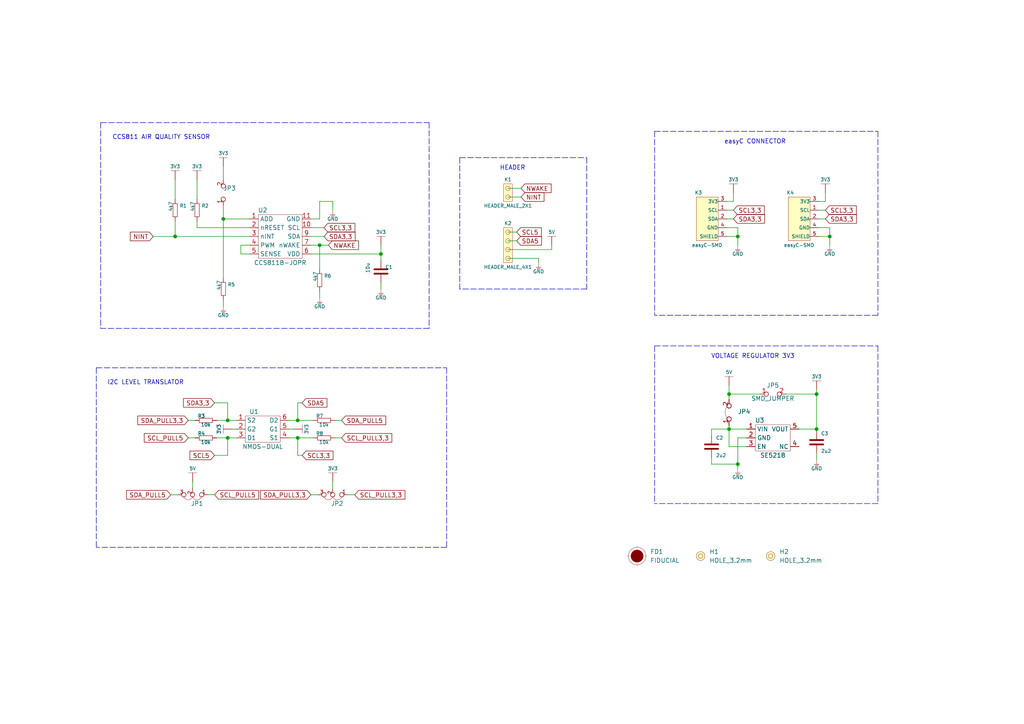
<source format=kicad_sch>
(kicad_sch (version 20211123) (generator eeschema)

  (uuid a53856d0-1683-4a09-96dd-ef025565235f)

  (paper "A4")

  (title_block
    (title "CCS811 breakout")
    (date "2021-06-10")
    (rev "V1.1.1.")
    (company "SOLDERED")
    (comment 1 "333009")
  )

  (lib_symbols
    (symbol "e-radionica.com schematics:0603C" (pin_numbers hide) (pin_names (offset 0.002)) (in_bom yes) (on_board yes)
      (property "Reference" "C" (id 0) (at -0.635 3.175 0)
        (effects (font (size 1 1)))
      )
      (property "Value" "0603C" (id 1) (at 0 -3.175 0)
        (effects (font (size 1 1)))
      )
      (property "Footprint" "e-radionica.com footprinti:0603C" (id 2) (at 0 0 0)
        (effects (font (size 1 1)) hide)
      )
      (property "Datasheet" "" (id 3) (at 0 0 0)
        (effects (font (size 1 1)) hide)
      )
      (symbol "0603C_0_1"
        (polyline
          (pts
            (xy -0.635 1.905)
            (xy -0.635 -1.905)
          )
          (stroke (width 0.5) (type default) (color 0 0 0 0))
          (fill (type none))
        )
        (polyline
          (pts
            (xy 0.635 1.905)
            (xy 0.635 -1.905)
          )
          (stroke (width 0.5) (type default) (color 0 0 0 0))
          (fill (type none))
        )
      )
      (symbol "0603C_1_1"
        (pin passive line (at -3.175 0 0) (length 2.54)
          (name "~" (effects (font (size 1.27 1.27))))
          (number "1" (effects (font (size 1.27 1.27))))
        )
        (pin passive line (at 3.175 0 180) (length 2.54)
          (name "~" (effects (font (size 1.27 1.27))))
          (number "2" (effects (font (size 1.27 1.27))))
        )
      )
    )
    (symbol "e-radionica.com schematics:0603R" (pin_numbers hide) (pin_names (offset 0.254)) (in_bom yes) (on_board yes)
      (property "Reference" "R" (id 0) (at -1.905 1.905 0)
        (effects (font (size 1 1)))
      )
      (property "Value" "0603R" (id 1) (at 0 -1.905 0)
        (effects (font (size 1 1)))
      )
      (property "Footprint" "e-radionica.com footprinti:0603R" (id 2) (at -0.635 1.905 0)
        (effects (font (size 1 1)) hide)
      )
      (property "Datasheet" "" (id 3) (at -0.635 1.905 0)
        (effects (font (size 1 1)) hide)
      )
      (symbol "0603R_0_1"
        (rectangle (start -1.905 -0.635) (end 1.905 -0.6604)
          (stroke (width 0.1) (type default) (color 0 0 0 0))
          (fill (type none))
        )
        (rectangle (start -1.905 0.635) (end -1.8796 -0.635)
          (stroke (width 0.1) (type default) (color 0 0 0 0))
          (fill (type none))
        )
        (rectangle (start -1.905 0.635) (end 1.905 0.6096)
          (stroke (width 0.1) (type default) (color 0 0 0 0))
          (fill (type none))
        )
        (rectangle (start 1.905 0.635) (end 1.9304 -0.635)
          (stroke (width 0.1) (type default) (color 0 0 0 0))
          (fill (type none))
        )
      )
      (symbol "0603R_1_1"
        (pin passive line (at -3.175 0 0) (length 1.27)
          (name "~" (effects (font (size 1.27 1.27))))
          (number "1" (effects (font (size 1.27 1.27))))
        )
        (pin passive line (at 3.175 0 180) (length 1.27)
          (name "~" (effects (font (size 1.27 1.27))))
          (number "2" (effects (font (size 1.27 1.27))))
        )
      )
    )
    (symbol "e-radionica.com schematics:1206C" (pin_numbers hide) (in_bom yes) (on_board yes)
      (property "Reference" "C" (id 0) (at -0.635 3.175 0)
        (effects (font (size 1 1)))
      )
      (property "Value" "1206C" (id 1) (at 0 -3.175 0)
        (effects (font (size 1 1)))
      )
      (property "Footprint" "e-radionica.com footprinti:1206C" (id 2) (at 0 0 0)
        (effects (font (size 1 1)) hide)
      )
      (property "Datasheet" "" (id 3) (at 0 0 0)
        (effects (font (size 1 1)) hide)
      )
      (symbol "1206C_0_1"
        (polyline
          (pts
            (xy -0.635 1.905)
            (xy -0.635 -1.905)
          )
          (stroke (width 0.5) (type default) (color 0 0 0 0))
          (fill (type none))
        )
        (polyline
          (pts
            (xy 0.635 1.905)
            (xy 0.635 -1.905)
          )
          (stroke (width 0.5) (type default) (color 0 0 0 0))
          (fill (type none))
        )
      )
      (symbol "1206C_1_1"
        (pin passive line (at -3.175 0 0) (length 2.54)
          (name "~" (effects (font (size 1.27 1.27))))
          (number "1" (effects (font (size 1.27 1.27))))
        )
        (pin passive line (at 3.175 0 180) (length 2.54)
          (name "~" (effects (font (size 1.27 1.27))))
          (number "2" (effects (font (size 1.27 1.27))))
        )
      )
    )
    (symbol "e-radionica.com schematics:3V3" (power) (pin_names (offset 0)) (in_bom yes) (on_board yes)
      (property "Reference" "#PWR" (id 0) (at 4.445 0 0)
        (effects (font (size 1 1)) hide)
      )
      (property "Value" "3V3" (id 1) (at 0 3.556 0)
        (effects (font (size 1 1)))
      )
      (property "Footprint" "" (id 2) (at 4.445 3.81 0)
        (effects (font (size 1 1)) hide)
      )
      (property "Datasheet" "" (id 3) (at 4.445 3.81 0)
        (effects (font (size 1 1)) hide)
      )
      (property "ki_keywords" "power-flag" (id 4) (at 0 0 0)
        (effects (font (size 1.27 1.27)) hide)
      )
      (property "ki_description" "Power symbol creates a global label with name \"+3V3\"" (id 5) (at 0 0 0)
        (effects (font (size 1.27 1.27)) hide)
      )
      (symbol "3V3_0_1"
        (polyline
          (pts
            (xy -1.27 2.54)
            (xy 1.27 2.54)
          )
          (stroke (width 0.0006) (type default) (color 0 0 0 0))
          (fill (type none))
        )
        (polyline
          (pts
            (xy 0 0)
            (xy 0 2.54)
          )
          (stroke (width 0) (type default) (color 0 0 0 0))
          (fill (type none))
        )
      )
      (symbol "3V3_1_1"
        (pin power_in line (at 0 0 90) (length 0) hide
          (name "3V3" (effects (font (size 1.27 1.27))))
          (number "1" (effects (font (size 1.27 1.27))))
        )
      )
    )
    (symbol "e-radionica.com schematics:5V" (power) (pin_names (offset 0)) (in_bom yes) (on_board yes)
      (property "Reference" "#PWR" (id 0) (at 4.445 0 0)
        (effects (font (size 1 1)) hide)
      )
      (property "Value" "5V" (id 1) (at 0 3.556 0)
        (effects (font (size 1 1)))
      )
      (property "Footprint" "" (id 2) (at 4.445 3.81 0)
        (effects (font (size 1 1)) hide)
      )
      (property "Datasheet" "" (id 3) (at 4.445 3.81 0)
        (effects (font (size 1 1)) hide)
      )
      (property "ki_keywords" "power-flag" (id 4) (at 0 0 0)
        (effects (font (size 1.27 1.27)) hide)
      )
      (property "ki_description" "Power symbol creates a global label with name \"+3V3\"" (id 5) (at 0 0 0)
        (effects (font (size 1.27 1.27)) hide)
      )
      (symbol "5V_0_1"
        (polyline
          (pts
            (xy -1.27 2.54)
            (xy 1.27 2.54)
          )
          (stroke (width 0.0006) (type default) (color 0 0 0 0))
          (fill (type none))
        )
        (polyline
          (pts
            (xy 0 0)
            (xy 0 2.54)
          )
          (stroke (width 0) (type default) (color 0 0 0 0))
          (fill (type none))
        )
      )
      (symbol "5V_1_1"
        (pin power_in line (at 0 0 90) (length 0) hide
          (name "5V" (effects (font (size 1.27 1.27))))
          (number "1" (effects (font (size 1.27 1.27))))
        )
      )
    )
    (symbol "e-radionica.com schematics:CCS811B-JOPR" (in_bom yes) (on_board yes)
      (property "Reference" "U" (id 0) (at 0 7.62 0)
        (effects (font (size 1.27 1.27)))
      )
      (property "Value" "CCS811B-JOPR" (id 1) (at 0 -8.89 0)
        (effects (font (size 1.27 1.27)))
      )
      (property "Footprint" "e-radionica.com footprinti:CCS811" (id 2) (at -3.81 0 0)
        (effects (font (size 1.27 1.27)) hide)
      )
      (property "Datasheet" "" (id 3) (at -3.81 0 0)
        (effects (font (size 1.27 1.27)) hide)
      )
      (symbol "CCS811B-JOPR_0_1"
        (rectangle (start -6.35 6.35) (end 6.35 -6.35)
          (stroke (width 0.0006) (type default) (color 0 0 0 0))
          (fill (type none))
        )
      )
      (symbol "CCS811B-JOPR_1_1"
        (pin passive line (at -8.89 5.08 0) (length 2.54)
          (name "ADD" (effects (font (size 1.27 1.27))))
          (number "1" (effects (font (size 1.27 1.27))))
        )
        (pin passive line (at 8.89 2.54 180) (length 2.54)
          (name "SCL" (effects (font (size 1.27 1.27))))
          (number "10" (effects (font (size 1.27 1.27))))
        )
        (pin passive line (at 8.89 5.08 180) (length 2.54)
          (name "GND" (effects (font (size 1.27 1.27))))
          (number "11" (effects (font (size 1.27 1.27))))
        )
        (pin passive line (at -8.89 2.54 0) (length 2.54)
          (name "nRESET" (effects (font (size 1.27 1.27))))
          (number "2" (effects (font (size 1.27 1.27))))
        )
        (pin passive line (at -8.89 0 0) (length 2.54)
          (name "nINT" (effects (font (size 1.27 1.27))))
          (number "3" (effects (font (size 1.27 1.27))))
        )
        (pin passive line (at -8.89 -2.54 0) (length 2.54)
          (name "PWM" (effects (font (size 1.27 1.27))))
          (number "4" (effects (font (size 1.27 1.27))))
        )
        (pin passive line (at -8.89 -5.08 0) (length 2.54)
          (name "SENSE" (effects (font (size 1.27 1.27))))
          (number "5" (effects (font (size 1.27 1.27))))
        )
        (pin passive line (at 8.89 -5.08 180) (length 2.54)
          (name "VDD" (effects (font (size 1.27 1.27))))
          (number "6" (effects (font (size 1.27 1.27))))
        )
        (pin passive line (at 8.89 -2.54 180) (length 2.54)
          (name "nWAKE" (effects (font (size 1.27 1.27))))
          (number "7" (effects (font (size 1.27 1.27))))
        )
        (pin passive line (at 8.89 0 180) (length 2.54)
          (name "SDA" (effects (font (size 1.27 1.27))))
          (number "9" (effects (font (size 1.27 1.27))))
        )
      )
    )
    (symbol "e-radionica.com schematics:FIDUCIAL" (in_bom no) (on_board yes)
      (property "Reference" "FD" (id 0) (at 0 3.81 0)
        (effects (font (size 1.27 1.27)))
      )
      (property "Value" "FIDUCIAL" (id 1) (at 0 -3.81 0)
        (effects (font (size 1.27 1.27)))
      )
      (property "Footprint" "e-radionica.com footprinti:FIDUCIAL_23" (id 2) (at 0.254 -5.334 0)
        (effects (font (size 1.27 1.27)) hide)
      )
      (property "Datasheet" "" (id 3) (at 0 0 0)
        (effects (font (size 1.27 1.27)) hide)
      )
      (symbol "FIDUCIAL_0_1"
        (polyline
          (pts
            (xy -2.54 0)
            (xy -2.794 0)
          )
          (stroke (width 0.0006) (type default) (color 0 0 0 0))
          (fill (type none))
        )
        (polyline
          (pts
            (xy 0 -2.54)
            (xy 0 -2.794)
          )
          (stroke (width 0.0006) (type default) (color 0 0 0 0))
          (fill (type none))
        )
        (polyline
          (pts
            (xy 0 2.54)
            (xy 0 2.794)
          )
          (stroke (width 0.0006) (type default) (color 0 0 0 0))
          (fill (type none))
        )
        (polyline
          (pts
            (xy 2.54 0)
            (xy 2.794 0)
          )
          (stroke (width 0.0006) (type default) (color 0 0 0 0))
          (fill (type none))
        )
        (circle (center 0 0) (radius 1.7961)
          (stroke (width 0.001) (type default) (color 0 0 0 0))
          (fill (type outline))
        )
        (circle (center 0 0) (radius 2.54)
          (stroke (width 0.0006) (type default) (color 0 0 0 0))
          (fill (type none))
        )
      )
    )
    (symbol "e-radionica.com schematics:GND" (power) (pin_names (offset 0)) (in_bom yes) (on_board yes)
      (property "Reference" "#PWR" (id 0) (at 4.445 0 0)
        (effects (font (size 1 1)) hide)
      )
      (property "Value" "GND" (id 1) (at 0 -2.921 0)
        (effects (font (size 1 1)))
      )
      (property "Footprint" "" (id 2) (at 4.445 3.81 0)
        (effects (font (size 1 1)) hide)
      )
      (property "Datasheet" "" (id 3) (at 4.445 3.81 0)
        (effects (font (size 1 1)) hide)
      )
      (property "ki_keywords" "power-flag" (id 4) (at 0 0 0)
        (effects (font (size 1.27 1.27)) hide)
      )
      (property "ki_description" "Power symbol creates a global label with name \"+3V3\"" (id 5) (at 0 0 0)
        (effects (font (size 1.27 1.27)) hide)
      )
      (symbol "GND_0_1"
        (polyline
          (pts
            (xy -0.762 -1.27)
            (xy 0.762 -1.27)
          )
          (stroke (width 0.0006) (type default) (color 0 0 0 0))
          (fill (type none))
        )
        (polyline
          (pts
            (xy -0.635 -1.524)
            (xy 0.635 -1.524)
          )
          (stroke (width 0.0006) (type default) (color 0 0 0 0))
          (fill (type none))
        )
        (polyline
          (pts
            (xy -0.381 -1.778)
            (xy 0.381 -1.778)
          )
          (stroke (width 0.0006) (type default) (color 0 0 0 0))
          (fill (type none))
        )
        (polyline
          (pts
            (xy -0.127 -2.032)
            (xy 0.127 -2.032)
          )
          (stroke (width 0.0006) (type default) (color 0 0 0 0))
          (fill (type none))
        )
        (polyline
          (pts
            (xy 0 0)
            (xy 0 -1.27)
          )
          (stroke (width 0.0006) (type default) (color 0 0 0 0))
          (fill (type none))
        )
      )
      (symbol "GND_1_1"
        (pin power_in line (at 0 0 270) (length 0) hide
          (name "GND" (effects (font (size 1.27 1.27))))
          (number "1" (effects (font (size 1.27 1.27))))
        )
      )
    )
    (symbol "e-radionica.com schematics:HEADER_MALE_2X1" (pin_numbers hide) (pin_names hide) (in_bom yes) (on_board yes)
      (property "Reference" "K" (id 0) (at -1.27 5.08 0)
        (effects (font (size 1 1)))
      )
      (property "Value" "HEADER_MALE_2X1" (id 1) (at 0 -2.54 0)
        (effects (font (size 1 1)))
      )
      (property "Footprint" "e-radionica.com footprinti:HEADER_MALE_2X1" (id 2) (at 0 0 0)
        (effects (font (size 1 1)) hide)
      )
      (property "Datasheet" "" (id 3) (at 0 0 0)
        (effects (font (size 1 1)) hide)
      )
      (symbol "HEADER_MALE_2X1_0_1"
        (circle (center 0 0) (radius 0.635)
          (stroke (width 0.0006) (type default) (color 0 0 0 0))
          (fill (type none))
        )
        (circle (center 0 2.54) (radius 0.635)
          (stroke (width 0.0006) (type default) (color 0 0 0 0))
          (fill (type none))
        )
        (rectangle (start 1.27 -1.27) (end -1.27 3.81)
          (stroke (width 0.001) (type default) (color 0 0 0 0))
          (fill (type background))
        )
      )
      (symbol "HEADER_MALE_2X1_1_1"
        (pin passive line (at 0 0 180) (length 0)
          (name "~" (effects (font (size 1 1))))
          (number "1" (effects (font (size 1 1))))
        )
        (pin passive line (at 0 2.54 180) (length 0)
          (name "~" (effects (font (size 1 1))))
          (number "2" (effects (font (size 1 1))))
        )
      )
    )
    (symbol "e-radionica.com schematics:HEADER_MALE_4X1" (pin_numbers hide) (pin_names hide) (in_bom yes) (on_board yes)
      (property "Reference" "K" (id 0) (at -0.635 7.62 0)
        (effects (font (size 1 1)))
      )
      (property "Value" "HEADER_MALE_4X1" (id 1) (at 0 -5.08 0)
        (effects (font (size 1 1)))
      )
      (property "Footprint" "e-radionica.com footprinti:HEADER_MALE_4X1" (id 2) (at 0 -2.54 0)
        (effects (font (size 1 1)) hide)
      )
      (property "Datasheet" "" (id 3) (at 0 -2.54 0)
        (effects (font (size 1 1)) hide)
      )
      (symbol "HEADER_MALE_4X1_0_1"
        (circle (center 0 -2.54) (radius 0.635)
          (stroke (width 0.0006) (type default) (color 0 0 0 0))
          (fill (type none))
        )
        (circle (center 0 0) (radius 0.635)
          (stroke (width 0.0006) (type default) (color 0 0 0 0))
          (fill (type none))
        )
        (circle (center 0 2.54) (radius 0.635)
          (stroke (width 0.0006) (type default) (color 0 0 0 0))
          (fill (type none))
        )
        (circle (center 0 5.08) (radius 0.635)
          (stroke (width 0.0006) (type default) (color 0 0 0 0))
          (fill (type none))
        )
        (rectangle (start 1.27 -3.81) (end -1.27 6.35)
          (stroke (width 0.001) (type default) (color 0 0 0 0))
          (fill (type background))
        )
      )
      (symbol "HEADER_MALE_4X1_1_1"
        (pin passive line (at 0 -2.54 180) (length 0)
          (name "~" (effects (font (size 1 1))))
          (number "1" (effects (font (size 1 1))))
        )
        (pin passive line (at 0 0 180) (length 0)
          (name "~" (effects (font (size 1 1))))
          (number "2" (effects (font (size 1 1))))
        )
        (pin passive line (at 0 2.54 180) (length 0)
          (name "~" (effects (font (size 1 1))))
          (number "3" (effects (font (size 1 1))))
        )
        (pin passive line (at 0 5.08 180) (length 0)
          (name "~" (effects (font (size 1 1))))
          (number "4" (effects (font (size 1 1))))
        )
      )
    )
    (symbol "e-radionica.com schematics:HOLE_3.2mm" (pin_numbers hide) (pin_names hide) (in_bom yes) (on_board yes)
      (property "Reference" "H" (id 0) (at 0 2.54 0)
        (effects (font (size 1.27 1.27)))
      )
      (property "Value" "HOLE_3.2mm" (id 1) (at 0 -2.54 0)
        (effects (font (size 1.27 1.27)))
      )
      (property "Footprint" "e-radionica.com footprinti:HOLE_3.2mm" (id 2) (at 0 0 0)
        (effects (font (size 1.27 1.27)) hide)
      )
      (property "Datasheet" "" (id 3) (at 0 0 0)
        (effects (font (size 1.27 1.27)) hide)
      )
      (symbol "HOLE_3.2mm_0_1"
        (circle (center 0 0) (radius 0.635)
          (stroke (width 0.0006) (type default) (color 0 0 0 0))
          (fill (type none))
        )
        (circle (center 0 0) (radius 1.27)
          (stroke (width 0.001) (type default) (color 0 0 0 0))
          (fill (type background))
        )
      )
    )
    (symbol "e-radionica.com schematics:NMOS-DUAL" (in_bom yes) (on_board yes)
      (property "Reference" "U" (id 0) (at -3.81 5.08 0)
        (effects (font (size 1.27 1.27)))
      )
      (property "Value" "NMOS-DUAL" (id 1) (at 0 -5.08 0)
        (effects (font (size 1.27 1.27)))
      )
      (property "Footprint" "e-radionica.com footprinti:SOT-363" (id 2) (at 0 -7.62 0)
        (effects (font (size 1.27 1.27)) hide)
      )
      (property "Datasheet" "" (id 3) (at 0 -2.54 0)
        (effects (font (size 1.27 1.27)) hide)
      )
      (symbol "NMOS-DUAL_0_1"
        (rectangle (start -5.08 3.81) (end 5.08 -3.81)
          (stroke (width 0.0006) (type default) (color 0 0 0 0))
          (fill (type none))
        )
      )
      (symbol "NMOS-DUAL_1_1"
        (pin input line (at -7.62 2.54 0) (length 2.54)
          (name "S2" (effects (font (size 1.27 1.27))))
          (number "1" (effects (font (size 1.27 1.27))))
        )
        (pin input line (at -7.62 0 0) (length 2.54)
          (name "G2" (effects (font (size 1.27 1.27))))
          (number "2" (effects (font (size 1.27 1.27))))
        )
        (pin input line (at -7.62 -2.54 0) (length 2.54)
          (name "D1" (effects (font (size 1.27 1.27))))
          (number "3" (effects (font (size 1.27 1.27))))
        )
        (pin input line (at 7.62 -2.54 180) (length 2.54)
          (name "S1" (effects (font (size 1.27 1.27))))
          (number "4" (effects (font (size 1.27 1.27))))
        )
        (pin input line (at 7.62 0 180) (length 2.54)
          (name "G1" (effects (font (size 1.27 1.27))))
          (number "5" (effects (font (size 1.27 1.27))))
        )
        (pin input line (at 7.62 2.54 180) (length 2.54)
          (name "D2" (effects (font (size 1.27 1.27))))
          (number "6" (effects (font (size 1.27 1.27))))
        )
      )
    )
    (symbol "e-radionica.com schematics:SE5218" (in_bom yes) (on_board yes)
      (property "Reference" "U" (id 0) (at -3.81 5.08 0)
        (effects (font (size 1.27 1.27)))
      )
      (property "Value" "SE5218" (id 1) (at 0 -5.08 0)
        (effects (font (size 1.27 1.27)))
      )
      (property "Footprint" "e-radionica.com footprinti:SOT-23-5" (id 2) (at 0 0 0)
        (effects (font (size 1.27 1.27)) hide)
      )
      (property "Datasheet" "" (id 3) (at 0 0 0)
        (effects (font (size 1.27 1.27)) hide)
      )
      (symbol "SE5218_0_1"
        (rectangle (start -5.08 3.81) (end 5.08 -3.81)
          (stroke (width 0.0006) (type default) (color 0 0 0 0))
          (fill (type none))
        )
      )
      (symbol "SE5218_1_1"
        (pin power_in line (at -7.62 2.54 0) (length 2.54)
          (name "VIN" (effects (font (size 1.27 1.27))))
          (number "1" (effects (font (size 1.27 1.27))))
        )
        (pin power_in line (at -7.62 0 0) (length 2.54)
          (name "GND" (effects (font (size 1.27 1.27))))
          (number "2" (effects (font (size 1.27 1.27))))
        )
        (pin input line (at -7.62 -2.54 0) (length 2.54)
          (name "EN" (effects (font (size 1.27 1.27))))
          (number "3" (effects (font (size 1.27 1.27))))
        )
        (pin passive line (at 7.62 -2.54 180) (length 2.54)
          (name "NC" (effects (font (size 1.27 1.27))))
          (number "4" (effects (font (size 1.27 1.27))))
        )
        (pin power_out line (at 7.62 2.54 180) (length 2.54)
          (name "VOUT" (effects (font (size 1.27 1.27))))
          (number "5" (effects (font (size 1.27 1.27))))
        )
      )
    )
    (symbol "e-radionica.com schematics:SMD-JUMPER-CONNECTED_TRACE_SLODERMASK" (in_bom yes) (on_board yes)
      (property "Reference" "JP" (id 0) (at 0 3.556 0)
        (effects (font (size 1.27 1.27)))
      )
      (property "Value" "SMD-JUMPER-CONNECTED_TRACE_SLODERMASK" (id 1) (at 0 -2.54 0)
        (effects (font (size 1.27 1.27)))
      )
      (property "Footprint" "e-radionica.com footprinti:SMD-JUMPER-CONNECTED_TRACE_SLODERMASK" (id 2) (at 0 -5.715 0)
        (effects (font (size 1.27 1.27)) hide)
      )
      (property "Datasheet" "" (id 3) (at 0 0 0)
        (effects (font (size 1.27 1.27)) hide)
      )
      (symbol "SMD-JUMPER-CONNECTED_TRACE_SLODERMASK_0_1"
        (arc (start 1.397 0.5842) (mid -0.2077 1.1365) (end -1.8034 0.5588)
          (stroke (width 0.0006) (type default) (color 0 0 0 0))
          (fill (type none))
        )
      )
      (symbol "SMD-JUMPER-CONNECTED_TRACE_SLODERMASK_1_1"
        (pin passive inverted (at -4.064 0 0) (length 2.54)
          (name "" (effects (font (size 1.27 1.27))))
          (number "1" (effects (font (size 1.27 1.27))))
        )
        (pin passive inverted (at 3.556 0 180) (length 2.54)
          (name "" (effects (font (size 1.27 1.27))))
          (number "2" (effects (font (size 1.27 1.27))))
        )
      )
    )
    (symbol "e-radionica.com schematics:SMD_JUMPER" (in_bom yes) (on_board yes)
      (property "Reference" "JP" (id 0) (at 0 1.397 0)
        (effects (font (size 1.27 1.27)))
      )
      (property "Value" "SMD_JUMPER" (id 1) (at 0.508 -3.048 0)
        (effects (font (size 1.27 1.27)))
      )
      (property "Footprint" "e-radionica.com footprinti:SMD_JUMPER" (id 2) (at 0 0 0)
        (effects (font (size 1.27 1.27)) hide)
      )
      (property "Datasheet" "" (id 3) (at 0 0 0)
        (effects (font (size 1.27 1.27)) hide)
      )
      (symbol "SMD_JUMPER_1_1"
        (pin passive inverted (at -3.81 0 0) (length 2.54)
          (name "" (effects (font (size 1.27 1.27))))
          (number "1" (effects (font (size 1.27 1.27))))
        )
        (pin passive inverted (at 3.81 0 180) (length 2.54)
          (name "" (effects (font (size 1.27 1.27))))
          (number "2" (effects (font (size 1.27 1.27))))
        )
      )
    )
    (symbol "e-radionica.com schematics:SMD_JUMPER_3_PAD_TRACE" (in_bom yes) (on_board yes)
      (property "Reference" "JP" (id 0) (at 0.0254 5.461 0)
        (effects (font (size 1.27 1.27)))
      )
      (property "Value" "SMD_JUMPER_3_PAD_TRACE" (id 1) (at 0.3048 -4.572 0)
        (effects (font (size 1.27 1.27)))
      )
      (property "Footprint" "e-radionica.com footprinti:SMD_JUMPER_3_PAD_TRACE" (id 2) (at 0 -1.27 0)
        (effects (font (size 1.27 1.27)) hide)
      )
      (property "Datasheet" "" (id 3) (at 0 0 0)
        (effects (font (size 1.27 1.27)) hide)
      )
      (symbol "SMD_JUMPER_3_PAD_TRACE_0_1"
        (arc (start 0 0.5842) (mid -1.2996 1.4721) (end -2.6162 0.6096)
          (stroke (width 0.0006) (type default) (color 0 0 0 0))
          (fill (type none))
        )
        (arc (start 2.5908 0.6604) (mid 1.2796 1.4379) (end 0 0.6096)
          (stroke (width 0.0006) (type default) (color 0 0 0 0))
          (fill (type none))
        )
      )
      (symbol "SMD_JUMPER_3_PAD_TRACE_1_1"
        (pin passive inverted (at -4.5212 -0.0254 0) (length 2.54)
          (name "" (effects (font (size 1 1))))
          (number "1" (effects (font (size 1 1))))
        )
        (pin passive inverted (at 0.0254 -1.9304 90) (length 2.54)
          (name "" (effects (font (size 1 1))))
          (number "2" (effects (font (size 1 1))))
        )
        (pin passive inverted (at 4.4704 0 180) (length 2.54)
          (name "" (effects (font (size 1 1))))
          (number "3" (effects (font (size 1 1))))
        )
      )
    )
    (symbol "e-radionica.com schematics:easyC-SMD" (pin_names (offset 0.002)) (in_bom yes) (on_board yes)
      (property "Reference" "K" (id 0) (at -2.54 10.16 0)
        (effects (font (size 1 1)))
      )
      (property "Value" "easyC-SMD" (id 1) (at 0 -5.08 0)
        (effects (font (size 1 1)))
      )
      (property "Footprint" "e-radionica.com footprinti:easyC-connector" (id 2) (at 3.175 2.54 0)
        (effects (font (size 1 1)) hide)
      )
      (property "Datasheet" "" (id 3) (at 3.175 2.54 0)
        (effects (font (size 1 1)) hide)
      )
      (symbol "easyC-SMD_0_1"
        (rectangle (start -3.175 8.89) (end 3.175 -3.81)
          (stroke (width 0.001) (type default) (color 0 0 0 0))
          (fill (type background))
        )
      )
      (symbol "easyC-SMD_1_1"
        (pin passive line (at 5.715 5.08 180) (length 2.54)
          (name "SCL" (effects (font (size 1 1))))
          (number "1" (effects (font (size 1 1))))
        )
        (pin passive line (at 5.715 2.54 180) (length 2.54)
          (name "SDA" (effects (font (size 1 1))))
          (number "2" (effects (font (size 1 1))))
        )
        (pin passive line (at 5.715 7.62 180) (length 2.54)
          (name "3V3" (effects (font (size 1 1))))
          (number "3" (effects (font (size 1 1))))
        )
        (pin passive line (at 5.715 0 180) (length 2.54)
          (name "GND" (effects (font (size 1 1))))
          (number "4" (effects (font (size 1 1))))
        )
        (pin passive line (at 5.715 -2.54 180) (length 2.54)
          (name "SHIELD" (effects (font (size 1 1))))
          (number "5" (effects (font (size 1 1))))
        )
      )
    )
  )

  (junction (at 50.8 68.58) (diameter 0.9144) (color 0 0 0 0)
    (uuid 14769dc5-8525-4984-8b15-a734ee247efa)
  )
  (junction (at 64.77 63.5) (diameter 0.9144) (color 0 0 0 0)
    (uuid 19c56563-5fe3-442a-885b-418dbc2421eb)
  )
  (junction (at 66.04 121.92) (diameter 0.9144) (color 0 0 0 0)
    (uuid 21ae9c3a-7138-444e-be38-56a4842ab594)
  )
  (junction (at 211.455 124.46) (diameter 0.9144) (color 0 0 0 0)
    (uuid 275aa44a-b61f-489f-9e2a-819a0fe0d1eb)
  )
  (junction (at 236.855 124.46) (diameter 0.9144) (color 0 0 0 0)
    (uuid 37e8181c-a81e-498b-b2e2-0aef0c391059)
  )
  (junction (at 110.49 73.66) (diameter 0.9144) (color 0 0 0 0)
    (uuid 57c0c267-8bf9-4cc7-b734-d71a239ac313)
  )
  (junction (at 211.455 114.3) (diameter 0.9144) (color 0 0 0 0)
    (uuid 5ca4be1c-537e-4a4a-b344-d0c8ffde8546)
  )
  (junction (at 240.665 68.58) (diameter 0.9144) (color 0 0 0 0)
    (uuid 676efd2f-1c48-4786-9e4b-2444f1e8f6ff)
  )
  (junction (at 213.995 68.58) (diameter 0.9144) (color 0 0 0 0)
    (uuid 6c67e4f6-9d04-4539-b356-b76e915ce848)
  )
  (junction (at 86.36 127) (diameter 0.9144) (color 0 0 0 0)
    (uuid 7cee474b-af8f-4832-b07a-c43c1ab0b464)
  )
  (junction (at 92.71 71.12) (diameter 0.9144) (color 0 0 0 0)
    (uuid 853ee787-6e2c-4f32-bc75-6c17337dd3d5)
  )
  (junction (at 86.36 121.92) (diameter 0.9144) (color 0 0 0 0)
    (uuid 9cb12cc8-7f1a-4a01-9256-c119f11a8a02)
  )
  (junction (at 213.995 134.62) (diameter 0.9144) (color 0 0 0 0)
    (uuid b447dbb1-d38e-4a15-93cb-12c25382ea53)
  )
  (junction (at 66.04 127) (diameter 0.9144) (color 0 0 0 0)
    (uuid c7e7067c-5f5e-48d8-ab59-df26f9b35863)
  )
  (junction (at 236.855 114.3) (diameter 0.9144) (color 0 0 0 0)
    (uuid cfa5c16e-7859-460d-a0b8-cea7d7ea629c)
  )

  (polyline (pts (xy 189.865 100.33) (xy 189.865 146.05))
    (stroke (width 0) (type dash) (color 0 0 0 0))
    (uuid 000d4a1b-6099-401a-91c8-1d5dd9b0459c)
  )
  (polyline (pts (xy 189.865 100.33) (xy 254.635 100.33))
    (stroke (width 0) (type dash) (color 0 0 0 0))
    (uuid 000d4a1b-6099-401a-91c8-1d5dd9b0459d)
  )
  (polyline (pts (xy 254.635 100.33) (xy 254.635 146.05))
    (stroke (width 0) (type dash) (color 0 0 0 0))
    (uuid 000d4a1b-6099-401a-91c8-1d5dd9b0459e)
  )
  (polyline (pts (xy 254.635 146.05) (xy 189.865 146.05))
    (stroke (width 0) (type dash) (color 0 0 0 0))
    (uuid 000d4a1b-6099-401a-91c8-1d5dd9b0459f)
  )

  (wire (pts (xy 97.155 127) (xy 99.06 127))
    (stroke (width 0) (type solid) (color 0 0 0 0))
    (uuid 0289a946-52ef-4d0e-ac25-58ca58adb822)
  )
  (wire (pts (xy 90.17 68.58) (xy 93.98 68.58))
    (stroke (width 0) (type solid) (color 0 0 0 0))
    (uuid 02b9d5b2-2b8e-4fa6-9827-18f1426ff936)
  )
  (wire (pts (xy 147.32 57.15) (xy 151.13 57.15))
    (stroke (width 0) (type solid) (color 0 0 0 0))
    (uuid 0726d2de-d032-460d-9fe6-53c00177cd26)
  )
  (wire (pts (xy 101.0412 143.4846) (xy 101.0412 143.51))
    (stroke (width 0) (type solid) (color 0 0 0 0))
    (uuid 0d676a46-e62a-472e-a66e-15215e30a527)
  )
  (wire (pts (xy 110.49 81.915) (xy 110.49 83.82))
    (stroke (width 0) (type solid) (color 0 0 0 0))
    (uuid 11e6f372-04e8-4927-a248-c8e422ad6cc0)
  )
  (polyline (pts (xy 27.94 106.68) (xy 27.94 158.75))
    (stroke (width 0) (type dash) (color 0 0 0 0))
    (uuid 12d40784-3cd0-4de7-a9fb-5630c0f101c2)
  )
  (polyline (pts (xy 27.94 106.68) (xy 129.54 106.68))
    (stroke (width 0) (type dash) (color 0 0 0 0))
    (uuid 12d40784-3cd0-4de7-a9fb-5630c0f101c3)
  )
  (polyline (pts (xy 129.54 106.68) (xy 129.54 158.75))
    (stroke (width 0) (type dash) (color 0 0 0 0))
    (uuid 12d40784-3cd0-4de7-a9fb-5630c0f101c4)
  )
  (polyline (pts (xy 129.54 158.75) (xy 27.94 158.75))
    (stroke (width 0) (type dash) (color 0 0 0 0))
    (uuid 12d40784-3cd0-4de7-a9fb-5630c0f101c5)
  )

  (wire (pts (xy 236.855 113.03) (xy 236.855 114.3))
    (stroke (width 0) (type solid) (color 0 0 0 0))
    (uuid 13553244-3815-4ae6-820c-d828a4d94a73)
  )
  (wire (pts (xy 66.04 127) (xy 68.58 127))
    (stroke (width 0) (type solid) (color 0 0 0 0))
    (uuid 15e54ddb-c20f-4996-99a3-23772fffffdf)
  )
  (wire (pts (xy 87.63 116.84) (xy 86.36 116.84))
    (stroke (width 0) (type solid) (color 0 0 0 0))
    (uuid 17914368-328c-4dc1-a8d7-9a76845fe870)
  )
  (wire (pts (xy 64.77 48.26) (xy 64.77 52.07))
    (stroke (width 0) (type solid) (color 0 0 0 0))
    (uuid 17ee9c65-1b86-4891-afb6-24fcb5c1ad6c)
  )
  (wire (pts (xy 211.455 111.76) (xy 211.455 114.3))
    (stroke (width 0) (type solid) (color 0 0 0 0))
    (uuid 183ed0e3-bbfb-4997-94c6-864aad5e5584)
  )
  (wire (pts (xy 237.49 60.96) (xy 239.395 60.96))
    (stroke (width 0) (type solid) (color 0 0 0 0))
    (uuid 1a071c71-0842-4ecd-8d67-a3f70af3c75e)
  )
  (wire (pts (xy 66.04 121.92) (xy 68.58 121.92))
    (stroke (width 0) (type solid) (color 0 0 0 0))
    (uuid 1bd8acc3-6d4a-4554-a1bf-e4a4ceb7d9be)
  )
  (wire (pts (xy 66.04 116.84) (xy 66.04 121.92))
    (stroke (width 0) (type solid) (color 0 0 0 0))
    (uuid 1cba552b-1cc0-4124-a6c4-286224ab55c4)
  )
  (wire (pts (xy 210.82 66.04) (xy 213.995 66.04))
    (stroke (width 0) (type solid) (color 0 0 0 0))
    (uuid 20ed14c6-919c-4411-81b5-48cd0b0f997b)
  )
  (wire (pts (xy 206.375 126.365) (xy 206.375 124.46))
    (stroke (width 0) (type solid) (color 0 0 0 0))
    (uuid 2bb144b2-765c-4d42-9e5c-9d537958f454)
  )
  (wire (pts (xy 54.61 127) (xy 56.515 127))
    (stroke (width 0) (type solid) (color 0 0 0 0))
    (uuid 2e4c1b3b-d96e-4420-b472-1432973ddb4a)
  )
  (wire (pts (xy 216.535 127) (xy 213.995 127))
    (stroke (width 0) (type solid) (color 0 0 0 0))
    (uuid 2f3de01c-edee-4d65-ac8c-1558a0be6f8b)
  )
  (wire (pts (xy 240.665 68.58) (xy 240.665 71.12))
    (stroke (width 0) (type solid) (color 0 0 0 0))
    (uuid 31e4c693-e332-40e6-bf36-b2b3d917146f)
  )
  (wire (pts (xy 49.53 143.51) (xy 51.4096 143.51))
    (stroke (width 0) (type solid) (color 0 0 0 0))
    (uuid 33962cc3-4110-47fc-a2c5-691c2ab582e5)
  )
  (wire (pts (xy 86.36 127) (xy 90.805 127))
    (stroke (width 0) (type solid) (color 0 0 0 0))
    (uuid 38068267-c307-43b1-af28-21153c63a513)
  )
  (wire (pts (xy 213.995 68.58) (xy 213.995 71.12))
    (stroke (width 0) (type solid) (color 0 0 0 0))
    (uuid 3861a0ac-e641-4c50-8f31-04fe0a49684a)
  )
  (wire (pts (xy 213.995 66.04) (xy 213.995 68.58))
    (stroke (width 0) (type solid) (color 0 0 0 0))
    (uuid 3d747566-a979-4d0f-bbf1-e42b5786b7aa)
  )
  (wire (pts (xy 62.23 143.4846) (xy 62.23 143.51))
    (stroke (width 0) (type solid) (color 0 0 0 0))
    (uuid 3e5ef674-df72-4e7b-b301-061e1f19ea15)
  )
  (wire (pts (xy 210.82 58.42) (xy 212.725 58.42))
    (stroke (width 0) (type solid) (color 0 0 0 0))
    (uuid 409e0398-ec39-44b8-9393-bfb65747c884)
  )
  (wire (pts (xy 160.02 72.39) (xy 160.02 71.12))
    (stroke (width 0) (type solid) (color 0 0 0 0))
    (uuid 41f5ebdc-abbe-46a0-8a91-cb48b103d1c9)
  )
  (wire (pts (xy 62.23 116.84) (xy 66.04 116.84))
    (stroke (width 0) (type solid) (color 0 0 0 0))
    (uuid 4268b91a-0d21-4a70-887e-68ec6288dab2)
  )
  (wire (pts (xy 237.49 66.04) (xy 240.665 66.04))
    (stroke (width 0) (type solid) (color 0 0 0 0))
    (uuid 437ad6ec-256b-45c1-8191-f4686c836b83)
  )
  (wire (pts (xy 83.82 127) (xy 86.36 127))
    (stroke (width 0) (type solid) (color 0 0 0 0))
    (uuid 46966fbd-8103-41d9-9566-cb3796e85854)
  )
  (polyline (pts (xy 133.35 45.72) (xy 133.35 83.82))
    (stroke (width 0) (type dash) (color 0 0 0 0))
    (uuid 46a79829-f805-4a30-861b-02b63cd5fd36)
  )
  (polyline (pts (xy 133.35 45.72) (xy 170.18 45.72))
    (stroke (width 0) (type dash) (color 0 0 0 0))
    (uuid 46a79829-f805-4a30-861b-02b63cd5fd37)
  )
  (polyline (pts (xy 170.18 45.72) (xy 170.18 83.82))
    (stroke (width 0) (type dash) (color 0 0 0 0))
    (uuid 46a79829-f805-4a30-861b-02b63cd5fd38)
  )
  (polyline (pts (xy 170.18 83.82) (xy 133.35 83.82))
    (stroke (width 0) (type dash) (color 0 0 0 0))
    (uuid 46a79829-f805-4a30-861b-02b63cd5fd39)
  )

  (wire (pts (xy 83.82 121.92) (xy 86.36 121.92))
    (stroke (width 0) (type solid) (color 0 0 0 0))
    (uuid 47bc8360-2933-4065-bae8-89fa3531b5f7)
  )
  (wire (pts (xy 50.8 64.135) (xy 50.8 68.58))
    (stroke (width 0) (type solid) (color 0 0 0 0))
    (uuid 47ca3fad-f964-43de-a80f-51798471e9a9)
  )
  (wire (pts (xy 156.21 74.93) (xy 156.21 76.2))
    (stroke (width 0) (type solid) (color 0 0 0 0))
    (uuid 4910651a-eaf7-46cb-9692-19f82e280ef8)
  )
  (wire (pts (xy 211.455 123.444) (xy 211.455 124.46))
    (stroke (width 0) (type solid) (color 0 0 0 0))
    (uuid 4c1187da-c3ca-486f-8919-371dddb8ac48)
  )
  (wire (pts (xy 96.4946 139.7) (xy 96.52 139.7))
    (stroke (width 0) (type solid) (color 0 0 0 0))
    (uuid 4cef55c4-cf4b-464c-a2e8-9afbf989d5da)
  )
  (wire (pts (xy 83.82 124.46) (xy 85.09 124.46))
    (stroke (width 0) (type solid) (color 0 0 0 0))
    (uuid 4e827479-b239-42bb-8be3-a6edf7326a35)
  )
  (wire (pts (xy 147.32 74.93) (xy 156.21 74.93))
    (stroke (width 0) (type solid) (color 0 0 0 0))
    (uuid 4ec40abf-f75b-48f5-bed4-39ccb36ef694)
  )
  (wire (pts (xy 236.855 131.445) (xy 236.855 133.35))
    (stroke (width 0) (type solid) (color 0 0 0 0))
    (uuid 5145ed8f-5fd4-4fc9-8b07-17973d25764e)
  )
  (wire (pts (xy 62.865 121.92) (xy 66.04 121.92))
    (stroke (width 0) (type solid) (color 0 0 0 0))
    (uuid 518873ee-4e24-4fdd-8eaf-f99cf9534ad9)
  )
  (wire (pts (xy 211.455 114.3) (xy 211.455 115.824))
    (stroke (width 0) (type solid) (color 0 0 0 0))
    (uuid 5425ea69-95f7-427c-8ca8-319941299b1f)
  )
  (wire (pts (xy 44.45 68.58) (xy 50.8 68.58))
    (stroke (width 0) (type solid) (color 0 0 0 0))
    (uuid 5593580d-aba3-4c45-a8eb-06602d43198a)
  )
  (wire (pts (xy 50.8 68.58) (xy 72.39 68.58))
    (stroke (width 0) (type solid) (color 0 0 0 0))
    (uuid 5593580d-aba3-4c45-a8eb-06602d43198b)
  )
  (wire (pts (xy 86.36 121.92) (xy 90.805 121.92))
    (stroke (width 0) (type solid) (color 0 0 0 0))
    (uuid 5adc3e86-29c9-4adb-ad1f-54697138c5d5)
  )
  (wire (pts (xy 86.36 116.84) (xy 86.36 121.92))
    (stroke (width 0) (type solid) (color 0 0 0 0))
    (uuid 5e9645a5-c72d-44d7-b3d4-544c7234801c)
  )
  (wire (pts (xy 237.49 58.42) (xy 239.395 58.42))
    (stroke (width 0) (type solid) (color 0 0 0 0))
    (uuid 5fd8a82a-a541-4b35-85f7-016ba0b62cb7)
  )
  (wire (pts (xy 90.17 66.04) (xy 93.98 66.04))
    (stroke (width 0) (type solid) (color 0 0 0 0))
    (uuid 632195c0-65b8-4f10-8d28-f682c04d52ef)
  )
  (wire (pts (xy 97.155 121.92) (xy 99.06 121.92))
    (stroke (width 0) (type solid) (color 0 0 0 0))
    (uuid 66e31104-f2e7-4da5-b909-3a04e5ab178f)
  )
  (wire (pts (xy 236.855 114.3) (xy 236.855 124.46))
    (stroke (width 0) (type solid) (color 0 0 0 0))
    (uuid 682381cc-2d71-44ab-a3a2-6507f6f94303)
  )
  (wire (pts (xy 216.535 124.46) (xy 211.455 124.46))
    (stroke (width 0) (type solid) (color 0 0 0 0))
    (uuid 6ba060ad-4816-4e60-9897-bbe6288f746e)
  )
  (wire (pts (xy 101.0412 143.51) (xy 102.87 143.51))
    (stroke (width 0) (type solid) (color 0 0 0 0))
    (uuid 6bdb0fb8-136a-4c8e-be54-e731c03d0319)
  )
  (wire (pts (xy 60.4012 143.4846) (xy 62.23 143.4846))
    (stroke (width 0) (type solid) (color 0 0 0 0))
    (uuid 71503acd-7e20-4a1e-b1d9-70f768aa56ab)
  )
  (wire (pts (xy 87.63 132.08) (xy 86.36 132.08))
    (stroke (width 0) (type solid) (color 0 0 0 0))
    (uuid 789e927f-54d0-40de-9301-0d81e93c3d3f)
  )
  (wire (pts (xy 57.15 66.04) (xy 57.15 64.135))
    (stroke (width 0) (type solid) (color 0 0 0 0))
    (uuid 7b27afa8-7415-4573-9fcf-fdd222a806c1)
  )
  (wire (pts (xy 72.39 66.04) (xy 57.15 66.04))
    (stroke (width 0) (type solid) (color 0 0 0 0))
    (uuid 7b27afa8-7415-4573-9fcf-fdd222a806c2)
  )
  (wire (pts (xy 69.85 71.12) (xy 69.85 73.66))
    (stroke (width 0) (type solid) (color 0 0 0 0))
    (uuid 7dddf613-c604-47e3-b614-efba94cdfe6d)
  )
  (wire (pts (xy 69.85 73.66) (xy 72.39 73.66))
    (stroke (width 0) (type solid) (color 0 0 0 0))
    (uuid 7dddf613-c604-47e3-b614-efba94cdfe6e)
  )
  (wire (pts (xy 72.39 71.12) (xy 69.85 71.12))
    (stroke (width 0) (type solid) (color 0 0 0 0))
    (uuid 7dddf613-c604-47e3-b614-efba94cdfe6f)
  )
  (wire (pts (xy 147.32 72.39) (xy 160.02 72.39))
    (stroke (width 0) (type solid) (color 0 0 0 0))
    (uuid 803f970e-4bcc-475b-8423-0e253b0b85db)
  )
  (wire (pts (xy 237.49 68.58) (xy 240.665 68.58))
    (stroke (width 0) (type solid) (color 0 0 0 0))
    (uuid 81e06c8f-57ee-4d77-aa56-4d47a01b55da)
  )
  (wire (pts (xy 90.17 63.5) (xy 92.71 63.5))
    (stroke (width 0) (type solid) (color 0 0 0 0))
    (uuid 83b294a2-9876-4d33-aa5b-f8b5f401c73b)
  )
  (wire (pts (xy 92.71 58.42) (xy 96.52 58.42))
    (stroke (width 0) (type solid) (color 0 0 0 0))
    (uuid 83b294a2-9876-4d33-aa5b-f8b5f401c73c)
  )
  (wire (pts (xy 92.71 63.5) (xy 92.71 58.42))
    (stroke (width 0) (type solid) (color 0 0 0 0))
    (uuid 83b294a2-9876-4d33-aa5b-f8b5f401c73d)
  )
  (wire (pts (xy 96.52 58.42) (xy 96.52 60.96))
    (stroke (width 0) (type solid) (color 0 0 0 0))
    (uuid 83b294a2-9876-4d33-aa5b-f8b5f401c73e)
  )
  (wire (pts (xy 55.8546 139.7) (xy 55.88 139.7))
    (stroke (width 0) (type solid) (color 0 0 0 0))
    (uuid 878b5e43-98b6-4342-8323-988293805c2b)
  )
  (wire (pts (xy 236.855 124.46) (xy 236.855 125.095))
    (stroke (width 0) (type solid) (color 0 0 0 0))
    (uuid 87eeb118-1bbb-46dc-b8d2-187bf929046c)
  )
  (wire (pts (xy 90.17 73.66) (xy 110.49 73.66))
    (stroke (width 0) (type solid) (color 0 0 0 0))
    (uuid 8819bf61-61fc-4399-867a-3528148ab99e)
  )
  (wire (pts (xy 110.49 73.66) (xy 110.49 71.12))
    (stroke (width 0) (type solid) (color 0 0 0 0))
    (uuid 8819bf61-61fc-4399-867a-3528148ab99f)
  )
  (wire (pts (xy 147.32 69.85) (xy 149.86 69.85))
    (stroke (width 0) (type solid) (color 0 0 0 0))
    (uuid 8b89613b-3a6b-447c-aff8-8ad1c0936590)
  )
  (wire (pts (xy 239.395 58.42) (xy 239.395 55.88))
    (stroke (width 0) (type solid) (color 0 0 0 0))
    (uuid 8e2af4ab-ba32-4066-ba55-775b74b045e4)
  )
  (wire (pts (xy 64.77 63.5) (xy 64.77 80.645))
    (stroke (width 0) (type solid) (color 0 0 0 0))
    (uuid 8f6109d4-da66-4ecf-9596-1bb3c808e8c0)
  )
  (wire (pts (xy 72.39 63.5) (xy 64.77 63.5))
    (stroke (width 0) (type solid) (color 0 0 0 0))
    (uuid 8f6109d4-da66-4ecf-9596-1bb3c808e8c1)
  )
  (wire (pts (xy 147.32 54.61) (xy 151.13 54.61))
    (stroke (width 0) (type solid) (color 0 0 0 0))
    (uuid 930621d5-2715-470a-b6f8-f11b7776daec)
  )
  (wire (pts (xy 110.49 73.66) (xy 110.49 75.565))
    (stroke (width 0) (type solid) (color 0 0 0 0))
    (uuid 9748add5-f27b-416f-9d4b-7fad9a1f66cf)
  )
  (wire (pts (xy 92.71 71.12) (xy 92.71 78.105))
    (stroke (width 0) (type solid) (color 0 0 0 0))
    (uuid 9889a00e-be5c-4617-9087-c6b3e2d5b015)
  )
  (wire (pts (xy 90.17 143.51) (xy 92.0496 143.51))
    (stroke (width 0) (type solid) (color 0 0 0 0))
    (uuid 98ca41d4-a665-4fd8-bfb1-1fa0907231fb)
  )
  (wire (pts (xy 206.375 134.62) (xy 213.995 134.62))
    (stroke (width 0) (type solid) (color 0 0 0 0))
    (uuid 9de61b2b-0fcb-4cd8-afb4-f7c95e908fd5)
  )
  (wire (pts (xy 210.82 68.58) (xy 213.995 68.58))
    (stroke (width 0) (type solid) (color 0 0 0 0))
    (uuid 9f235136-8891-4a36-b311-2e9f757fa2c9)
  )
  (wire (pts (xy 62.865 127) (xy 66.04 127))
    (stroke (width 0) (type solid) (color 0 0 0 0))
    (uuid a327984d-493c-4583-80e8-7f02edf41711)
  )
  (wire (pts (xy 240.665 66.04) (xy 240.665 68.58))
    (stroke (width 0) (type solid) (color 0 0 0 0))
    (uuid a397dc29-2b18-4e6e-b617-7f076374159a)
  )
  (wire (pts (xy 147.32 67.31) (xy 149.86 67.31))
    (stroke (width 0) (type solid) (color 0 0 0 0))
    (uuid ae626069-d939-4549-9a02-332cf380c5a8)
  )
  (wire (pts (xy 66.04 132.08) (xy 66.04 127))
    (stroke (width 0) (type solid) (color 0 0 0 0))
    (uuid aef2f9d7-55b4-4102-a214-36af25efad0b)
  )
  (wire (pts (xy 210.82 63.5) (xy 212.725 63.5))
    (stroke (width 0) (type solid) (color 0 0 0 0))
    (uuid af04919d-3978-44b7-b939-97a386f0d570)
  )
  (wire (pts (xy 64.77 86.995) (xy 64.77 88.9))
    (stroke (width 0) (type solid) (color 0 0 0 0))
    (uuid b0341a29-ab57-4185-b800-0c1df3652265)
  )
  (wire (pts (xy 57.15 52.07) (xy 57.15 57.785))
    (stroke (width 0) (type solid) (color 0 0 0 0))
    (uuid b4829d4a-6363-4378-88b3-5cfc2262c75e)
  )
  (wire (pts (xy 206.375 124.46) (xy 211.455 124.46))
    (stroke (width 0) (type solid) (color 0 0 0 0))
    (uuid b5254a3f-4a20-4b79-964b-a6b957fa7637)
  )
  (wire (pts (xy 213.995 127) (xy 213.995 134.62))
    (stroke (width 0) (type solid) (color 0 0 0 0))
    (uuid b7c00b27-7b11-447a-a5af-4a9ef8a58c6a)
  )
  (wire (pts (xy 92.71 84.455) (xy 92.71 86.36))
    (stroke (width 0) (type solid) (color 0 0 0 0))
    (uuid bbab00b1-d68b-476c-a5b0-b91e01cbaaf3)
  )
  (wire (pts (xy 210.82 60.96) (xy 212.725 60.96))
    (stroke (width 0) (type solid) (color 0 0 0 0))
    (uuid bc87f35d-c56f-46f7-978a-dee015a8a2c2)
  )
  (wire (pts (xy 50.8 52.07) (xy 50.8 57.785))
    (stroke (width 0) (type solid) (color 0 0 0 0))
    (uuid bd210bca-0c06-456b-89e7-b507557d7f51)
  )
  (wire (pts (xy 55.8546 141.5796) (xy 55.8546 139.7))
    (stroke (width 0) (type solid) (color 0 0 0 0))
    (uuid bf543eee-c2f5-4b82-9678-00d6f9f767fa)
  )
  (wire (pts (xy 90.17 71.12) (xy 92.71 71.12))
    (stroke (width 0) (type solid) (color 0 0 0 0))
    (uuid c3b84f6a-fe6d-495a-93aa-dbbb6784325f)
  )
  (wire (pts (xy 216.535 129.54) (xy 211.455 129.54))
    (stroke (width 0) (type solid) (color 0 0 0 0))
    (uuid d48e57ec-b0ed-4dd5-9c26-8baccbe8171a)
  )
  (wire (pts (xy 86.36 132.08) (xy 86.36 127))
    (stroke (width 0) (type solid) (color 0 0 0 0))
    (uuid d96346ff-b7c1-450f-b18a-180f9c987755)
  )
  (wire (pts (xy 213.995 134.62) (xy 213.995 135.89))
    (stroke (width 0) (type solid) (color 0 0 0 0))
    (uuid da8a0748-22ec-49ae-87a0-019818d7c72f)
  )
  (wire (pts (xy 67.31 124.46) (xy 68.58 124.46))
    (stroke (width 0) (type solid) (color 0 0 0 0))
    (uuid dc661e7b-ba40-4fe5-aa75-243fbb87fb4b)
  )
  (wire (pts (xy 227.965 114.3) (xy 236.855 114.3))
    (stroke (width 0) (type solid) (color 0 0 0 0))
    (uuid de514723-57da-4b9a-8701-a560512e8ab2)
  )
  (wire (pts (xy 206.375 132.715) (xy 206.375 134.62))
    (stroke (width 0) (type solid) (color 0 0 0 0))
    (uuid df90fa8c-82ab-4d00-aa4e-513970a667bd)
  )
  (wire (pts (xy 220.345 114.3) (xy 211.455 114.3))
    (stroke (width 0) (type solid) (color 0 0 0 0))
    (uuid dfd08f5b-9310-4d29-a73c-f5f42b06063b)
  )
  (polyline (pts (xy 189.865 38.1) (xy 189.865 91.44))
    (stroke (width 0) (type dash) (color 0 0 0 0))
    (uuid e0ca415c-605e-4063-be7c-1a8636764cd6)
  )
  (polyline (pts (xy 189.865 38.1) (xy 254.635 38.1))
    (stroke (width 0) (type dash) (color 0 0 0 0))
    (uuid e0ca415c-605e-4063-be7c-1a8636764cd7)
  )
  (polyline (pts (xy 254.635 38.1) (xy 254.635 91.44))
    (stroke (width 0) (type dash) (color 0 0 0 0))
    (uuid e0ca415c-605e-4063-be7c-1a8636764cd8)
  )
  (polyline (pts (xy 254.635 91.44) (xy 189.865 91.44))
    (stroke (width 0) (type dash) (color 0 0 0 0))
    (uuid e0ca415c-605e-4063-be7c-1a8636764cd9)
  )

  (wire (pts (xy 64.77 59.69) (xy 64.77 63.5))
    (stroke (width 0) (type solid) (color 0 0 0 0))
    (uuid e3718fa7-0b46-4877-86ff-6a1b83a40f91)
  )
  (wire (pts (xy 212.725 58.42) (xy 212.725 55.88))
    (stroke (width 0) (type solid) (color 0 0 0 0))
    (uuid e51c7e7d-88b1-4aa4-8b9b-c8d198f213e4)
  )
  (wire (pts (xy 237.49 63.5) (xy 239.395 63.5))
    (stroke (width 0) (type solid) (color 0 0 0 0))
    (uuid e6b570f4-4b33-49ae-b1a6-f4a43539b213)
  )
  (wire (pts (xy 92.71 71.12) (xy 95.25 71.12))
    (stroke (width 0) (type solid) (color 0 0 0 0))
    (uuid e8018e23-7a62-41ed-a174-19361db83264)
  )
  (polyline (pts (xy 29.21 35.56) (xy 29.21 95.25))
    (stroke (width 0) (type dash) (color 0 0 0 0))
    (uuid eee08956-fa5a-45c7-bbab-1abc9aae6b1e)
  )
  (polyline (pts (xy 29.21 35.56) (xy 124.46 35.56))
    (stroke (width 0) (type dash) (color 0 0 0 0))
    (uuid eee08956-fa5a-45c7-bbab-1abc9aae6b1f)
  )
  (polyline (pts (xy 124.46 35.56) (xy 124.46 95.25))
    (stroke (width 0) (type dash) (color 0 0 0 0))
    (uuid eee08956-fa5a-45c7-bbab-1abc9aae6b20)
  )
  (polyline (pts (xy 124.46 95.25) (xy 29.21 95.25))
    (stroke (width 0) (type dash) (color 0 0 0 0))
    (uuid eee08956-fa5a-45c7-bbab-1abc9aae6b21)
  )

  (wire (pts (xy 54.61 121.92) (xy 56.515 121.92))
    (stroke (width 0) (type solid) (color 0 0 0 0))
    (uuid f017f681-508e-48ce-97f9-fb0c2788c1af)
  )
  (wire (pts (xy 62.23 132.08) (xy 66.04 132.08))
    (stroke (width 0) (type solid) (color 0 0 0 0))
    (uuid f7ac0671-400c-4e5a-bfec-5e1cbe9180da)
  )
  (wire (pts (xy 211.455 129.54) (xy 211.455 124.46))
    (stroke (width 0) (type solid) (color 0 0 0 0))
    (uuid fcedc41f-8e14-4ad2-9b9d-6d8a058b3560)
  )
  (wire (pts (xy 231.775 124.46) (xy 236.855 124.46))
    (stroke (width 0) (type solid) (color 0 0 0 0))
    (uuid fe464f97-c6b5-425c-9544-e5389c12294a)
  )
  (wire (pts (xy 96.4946 141.5796) (xy 96.4946 139.7))
    (stroke (width 0) (type solid) (color 0 0 0 0))
    (uuid fea066ba-b518-4d84-8572-4a11443f4009)
  )

  (text "CCS811 AIR QUALITY SENSOR" (at 60.96 40.64 180)
    (effects (font (size 1.27 1.27)) (justify right bottom))
    (uuid 8939bd14-709b-4a02-b6da-fb09c2529125)
  )
  (text "HEADER" (at 152.4 49.53 180)
    (effects (font (size 1.27 1.27)) (justify right bottom))
    (uuid a4c38d48-5814-457b-8eab-12aaa4bc1e44)
  )
  (text "VOLTAGE REGULATOR 3V3" (at 230.505 104.14 180)
    (effects (font (size 1.27 1.27)) (justify right bottom))
    (uuid bec9388e-dcfc-4ef0-a9a3-fbbdda9faf5e)
  )
  (text "easyC CONNECTOR" (at 227.965 41.91 180)
    (effects (font (size 1.27 1.27)) (justify right bottom))
    (uuid cc726482-51d7-4f60-bb26-1c7e43132b11)
  )
  (text "I2C LEVEL TRANSLATOR" (at 53.34 111.76 180)
    (effects (font (size 1.27 1.27)) (justify right bottom))
    (uuid daac8d63-c5f3-419a-902d-109460777bdd)
  )

  (global_label "SCL_PULL5" (shape input) (at 54.61 127 180)
    (effects (font (size 1.27 1.27)) (justify right))
    (uuid 0be31ea2-849b-49ab-9d78-584488f58599)
    (property "Intersheet References" "${INTERSHEET_REFS}" (id 0) (at 40.3315 127.0794 0)
      (effects (font (size 1.27 1.27)) (justify right) hide)
    )
  )
  (global_label "SCL3,3" (shape input) (at 87.63 132.08 0)
    (effects (font (size 1.27 1.27)) (justify left))
    (uuid 0e145326-9e22-47bc-8b49-edf7884d25e9)
    (property "Intersheet References" "${INTERSHEET_REFS}" (id 0) (at 98.0985 132.0006 0)
      (effects (font (size 1.27 1.27)) (justify left) hide)
    )
  )
  (global_label "NWAKE" (shape input) (at 95.25 71.12 0)
    (effects (font (size 1.27 1.27)) (justify left))
    (uuid 1981dfdc-9612-483a-9d60-270848110fe6)
    (property "Intersheet References" "${INTERSHEET_REFS}" (id 0) (at 105.4766 71.0406 0)
      (effects (font (size 1.27 1.27)) (justify left) hide)
    )
  )
  (global_label "SCL5" (shape input) (at 149.86 67.31 0)
    (effects (font (size 1.27 1.27)) (justify left))
    (uuid 1e7ac335-7a44-456f-9c43-a2cb79c741f4)
    (property "Intersheet References" "${INTERSHEET_REFS}" (id 0) (at 158.5142 67.2306 0)
      (effects (font (size 1.27 1.27)) (justify left) hide)
    )
  )
  (global_label "SDA3,3" (shape input) (at 239.395 63.5 0)
    (effects (font (size 1.27 1.27)) (justify left))
    (uuid 29a1b130-3e7a-4577-a694-550ddcb60f79)
    (property "Intersheet References" "${INTERSHEET_REFS}" (id 0) (at 249.924 63.5794 0)
      (effects (font (size 1.27 1.27)) (justify left) hide)
    )
  )
  (global_label "SDA3,3" (shape input) (at 212.725 63.5 0)
    (effects (font (size 1.27 1.27)) (justify left))
    (uuid 3431873e-e08d-4e9c-a50c-56e8506763b1)
    (property "Intersheet References" "${INTERSHEET_REFS}" (id 0) (at 223.254 63.5794 0)
      (effects (font (size 1.27 1.27)) (justify left) hide)
    )
  )
  (global_label "SCL5" (shape input) (at 62.23 132.08 180)
    (effects (font (size 1.27 1.27)) (justify right))
    (uuid 34984c9e-94e5-4037-a394-99dbe6e649b1)
    (property "Intersheet References" "${INTERSHEET_REFS}" (id 0) (at 53.5758 132.1594 0)
      (effects (font (size 1.27 1.27)) (justify right) hide)
    )
  )
  (global_label "SCL_PULL3,3" (shape input) (at 99.06 127 0)
    (effects (font (size 1.27 1.27)) (justify left))
    (uuid 3ecc6ca0-43fb-44be-ac0b-94b2b6c33435)
    (property "Intersheet References" "${INTERSHEET_REFS}" (id 0) (at 115.1528 126.9206 0)
      (effects (font (size 1.27 1.27)) (justify left) hide)
    )
  )
  (global_label "SDA_PULL5" (shape input) (at 49.53 143.51 180)
    (effects (font (size 1.27 1.27)) (justify right))
    (uuid 47bf2621-48b7-4673-9894-a2b9a0fda908)
    (property "Intersheet References" "${INTERSHEET_REFS}" (id 0) (at 35.191 143.4306 0)
      (effects (font (size 1.27 1.27)) (justify right) hide)
    )
  )
  (global_label "SDA3,3" (shape input) (at 62.23 116.84 180)
    (effects (font (size 1.27 1.27)) (justify right))
    (uuid 4fe4c101-18ac-44a9-b816-393206fefa4d)
    (property "Intersheet References" "${INTERSHEET_REFS}" (id 0) (at 51.701 116.7606 0)
      (effects (font (size 1.27 1.27)) (justify right) hide)
    )
  )
  (global_label "NINT" (shape input) (at 44.45 68.58 180)
    (effects (font (size 1.27 1.27)) (justify right))
    (uuid 6180ccc0-78e6-40a1-84a3-b37447cf69c9)
    (property "Intersheet References" "${INTERSHEET_REFS}" (id 0) (at 36.2796 68.5006 0)
      (effects (font (size 1.27 1.27)) (justify right) hide)
    )
  )
  (global_label "SDA3,3" (shape input) (at 93.98 68.58 0)
    (effects (font (size 1.27 1.27)) (justify left))
    (uuid 75398989-5290-405a-9ac6-67b072f1b2a3)
    (property "Intersheet References" "${INTERSHEET_REFS}" (id 0) (at 104.509 68.6594 0)
      (effects (font (size 1.27 1.27)) (justify left) hide)
    )
  )
  (global_label "SDA_PULL3,3" (shape input) (at 54.61 121.92 180)
    (effects (font (size 1.27 1.27)) (justify right))
    (uuid 88d8a915-96d2-4e56-b131-dfa7d866a194)
    (property "Intersheet References" "${INTERSHEET_REFS}" (id 0) (at 38.4567 121.8406 0)
      (effects (font (size 1.27 1.27)) (justify right) hide)
    )
  )
  (global_label "NWAKE" (shape input) (at 151.13 54.61 0)
    (effects (font (size 1.27 1.27)) (justify left))
    (uuid 8fb2ec91-dc90-4a0e-b032-2ee344fb4249)
    (property "Intersheet References" "${INTERSHEET_REFS}" (id 0) (at 161.3566 54.5306 0)
      (effects (font (size 1.27 1.27)) (justify left) hide)
    )
  )
  (global_label "SDA_PULL5" (shape input) (at 99.06 121.92 0)
    (effects (font (size 1.27 1.27)) (justify left))
    (uuid 94a46bcc-4a7a-4bcf-ae14-8f18b35d9347)
    (property "Intersheet References" "${INTERSHEET_REFS}" (id 0) (at 113.399 121.9994 0)
      (effects (font (size 1.27 1.27)) (justify left) hide)
    )
  )
  (global_label "SCL_PULL5" (shape input) (at 62.23 143.51 0)
    (effects (font (size 1.27 1.27)) (justify left))
    (uuid 9a11f9a9-c76d-4851-8dfb-b6e1176642b3)
    (property "Intersheet References" "${INTERSHEET_REFS}" (id 0) (at 76.5085 143.4306 0)
      (effects (font (size 1.27 1.27)) (justify left) hide)
    )
  )
  (global_label "SCL_PULL3,3" (shape input) (at 102.87 143.51 0)
    (effects (font (size 1.27 1.27)) (justify left))
    (uuid a9df46e6-6e65-46d8-a1e2-9ac4888ca4cd)
    (property "Intersheet References" "${INTERSHEET_REFS}" (id 0) (at 118.9628 143.4306 0)
      (effects (font (size 1.27 1.27)) (justify left) hide)
    )
  )
  (global_label "SDA5" (shape input) (at 87.63 116.84 0)
    (effects (font (size 1.27 1.27)) (justify left))
    (uuid affef17b-ab9d-4360-9711-fab94e3543bd)
    (property "Intersheet References" "${INTERSHEET_REFS}" (id 0) (at 96.3447 116.9194 0)
      (effects (font (size 1.27 1.27)) (justify left) hide)
    )
  )
  (global_label "SCL3,3" (shape input) (at 93.98 66.04 0)
    (effects (font (size 1.27 1.27)) (justify left))
    (uuid c144530f-a7db-467c-8da1-ab1e79225bcb)
    (property "Intersheet References" "${INTERSHEET_REFS}" (id 0) (at 104.4485 65.9606 0)
      (effects (font (size 1.27 1.27)) (justify left) hide)
    )
  )
  (global_label "SCL3,3" (shape input) (at 212.725 60.96 0)
    (effects (font (size 1.27 1.27)) (justify left))
    (uuid c20c4cc0-a17a-4610-8b6b-e0db730def17)
    (property "Intersheet References" "${INTERSHEET_REFS}" (id 0) (at 223.1935 60.8806 0)
      (effects (font (size 1.27 1.27)) (justify left) hide)
    )
  )
  (global_label "SDA5" (shape input) (at 149.86 69.85 0)
    (effects (font (size 1.27 1.27)) (justify left))
    (uuid c3d134a7-0aba-43bc-9fee-9929532400bb)
    (property "Intersheet References" "${INTERSHEET_REFS}" (id 0) (at 158.5747 69.9294 0)
      (effects (font (size 1.27 1.27)) (justify left) hide)
    )
  )
  (global_label "SCL3,3" (shape input) (at 239.395 60.96 0)
    (effects (font (size 1.27 1.27)) (justify left))
    (uuid e5c3857a-ec46-4923-949c-89157b334b54)
    (property "Intersheet References" "${INTERSHEET_REFS}" (id 0) (at 249.8635 60.8806 0)
      (effects (font (size 1.27 1.27)) (justify left) hide)
    )
  )
  (global_label "NINT" (shape input) (at 151.13 57.15 0)
    (effects (font (size 1.27 1.27)) (justify left))
    (uuid efb09fbf-8c92-4186-8299-278376916fa2)
    (property "Intersheet References" "${INTERSHEET_REFS}" (id 0) (at 159.3004 57.2294 0)
      (effects (font (size 1.27 1.27)) (justify left) hide)
    )
  )
  (global_label "SDA_PULL3,3" (shape input) (at 90.17 143.51 180)
    (effects (font (size 1.27 1.27)) (justify right))
    (uuid fbbedc26-fc92-4f1c-a85d-8b8c21c0976d)
    (property "Intersheet References" "${INTERSHEET_REFS}" (id 0) (at 74.0167 143.4306 0)
      (effects (font (size 1.27 1.27)) (justify right) hide)
    )
  )

  (symbol (lib_id "e-radionica.com schematics:3V3") (at 96.52 139.7 0) (unit 1)
    (in_bom yes) (on_board yes)
    (uuid 022a1fc7-0697-46fb-b70f-5e7fd59ac95d)
    (property "Reference" "#PWR09" (id 0) (at 100.965 139.7 0)
      (effects (font (size 1 1)) hide)
    )
    (property "Value" "3V3" (id 1) (at 96.52 135.89 0)
      (effects (font (size 1 1)))
    )
    (property "Footprint" "" (id 2) (at 100.965 135.89 0)
      (effects (font (size 1 1)) hide)
    )
    (property "Datasheet" "" (id 3) (at 100.965 135.89 0)
      (effects (font (size 1 1)) hide)
    )
    (pin "1" (uuid a09a6d68-ee79-490a-8b5d-4067484555fb))
  )

  (symbol (lib_id "e-radionica.com schematics:SE5218") (at 224.155 127 0) (unit 1)
    (in_bom yes) (on_board yes)
    (uuid 04e65a17-f9bb-49a5-8a2c-8ebc62984c67)
    (property "Reference" "U3" (id 0) (at 220.345 121.92 0))
    (property "Value" "SE5218" (id 1) (at 224.155 132.08 0))
    (property "Footprint" "e-radionica.com footprinti:SOT-23-5" (id 2) (at 224.155 127 0)
      (effects (font (size 1.27 1.27)) hide)
    )
    (property "Datasheet" "" (id 3) (at 224.155 127 0)
      (effects (font (size 1.27 1.27)) hide)
    )
    (pin "1" (uuid b2925cfc-4bb6-4fae-b9a8-10d4765b2c86))
    (pin "2" (uuid a8fcdeae-e92f-4852-acea-5a9cd04ed79b))
    (pin "3" (uuid 4a5fbdcb-90ba-428c-9425-59afaa16ba86))
    (pin "4" (uuid 174ce072-36a8-4791-9bb5-15c55958fbc7))
    (pin "5" (uuid 482f20b4-6081-4912-be6b-01f09784ef70))
  )

  (symbol (lib_id "e-radionica.com schematics:HEADER_MALE_2X1") (at 147.32 57.15 0) (unit 1)
    (in_bom yes) (on_board yes)
    (uuid 08957892-f320-46ae-b8cd-4070a55254cc)
    (property "Reference" "K1" (id 0) (at 147.32 52.07 0)
      (effects (font (size 1 1)))
    )
    (property "Value" "HEADER_MALE_2X1" (id 1) (at 147.32 59.69 0)
      (effects (font (size 1 1)))
    )
    (property "Footprint" "e-radionica.com footprinti:HEADER_MALE_2X1" (id 2) (at 147.32 57.15 0)
      (effects (font (size 1 1)) hide)
    )
    (property "Datasheet" "" (id 3) (at 147.32 57.15 0)
      (effects (font (size 1 1)) hide)
    )
    (pin "1" (uuid 521f6281-a407-427a-964f-8e5278778787))
    (pin "2" (uuid f1a38781-b949-472c-adb0-1af3e3d88602))
  )

  (symbol (lib_id "e-radionica.com schematics:0603R") (at 59.69 121.92 0) (unit 1)
    (in_bom yes) (on_board yes)
    (uuid 0e5a6f62-81bb-4bbb-b676-37e055a2cbd2)
    (property "Reference" "R3" (id 0) (at 58.42 120.65 0)
      (effects (font (size 1 1)))
    )
    (property "Value" "10k" (id 1) (at 59.69 123.19 0)
      (effects (font (size 1 1)))
    )
    (property "Footprint" "e-radionica.com footprinti:0603R" (id 2) (at 59.055 120.015 0)
      (effects (font (size 1 1)) hide)
    )
    (property "Datasheet" "" (id 3) (at 59.055 120.015 0)
      (effects (font (size 1 1)) hide)
    )
    (pin "1" (uuid 36ad8a4a-c156-43ab-8945-ba2f6e429b11))
    (pin "2" (uuid 3f3405b1-3b84-45ee-a54a-ce0df7729e11))
  )

  (symbol (lib_id "e-radionica.com schematics:GND") (at 110.49 83.82 0) (unit 1)
    (in_bom yes) (on_board yes)
    (uuid 0f0bfd71-eafb-49c9-bd1d-8ccbba29283a)
    (property "Reference" "#PWR012" (id 0) (at 114.935 83.82 0)
      (effects (font (size 1 1)) hide)
    )
    (property "Value" "GND" (id 1) (at 110.49 86.36 0)
      (effects (font (size 1 1)))
    )
    (property "Footprint" "" (id 2) (at 114.935 80.01 0)
      (effects (font (size 1 1)) hide)
    )
    (property "Datasheet" "" (id 3) (at 114.935 80.01 0)
      (effects (font (size 1 1)) hide)
    )
    (pin "1" (uuid fed0bd48-665b-4bdc-b711-cb8c9ea0fb74))
  )

  (symbol (lib_id "e-radionica.com schematics:SMD_JUMPER") (at 64.77 55.88 90) (unit 1)
    (in_bom yes) (on_board yes)
    (uuid 153923af-fc07-40f7-bfa3-e9a3c7a8de00)
    (property "Reference" "JP3" (id 0) (at 64.77 54.61 90)
      (effects (font (size 1.27 1.27)) (justify right))
    )
    (property "Value" "SMD_JUMPER" (id 1) (at 62.23 50.8 0)
      (effects (font (size 1.27 1.27)) (justify right) hide)
    )
    (property "Footprint" "e-radionica.com footprinti:SMD_JUMPER" (id 2) (at 64.77 55.88 0)
      (effects (font (size 1.27 1.27)) hide)
    )
    (property "Datasheet" "" (id 3) (at 64.77 55.88 0)
      (effects (font (size 1.27 1.27)) hide)
    )
    (pin "1" (uuid 08ed55ac-9a3f-4b6f-bf9b-6d5ceda96ec7))
    (pin "2" (uuid b53e7cdb-718a-4a94-abb9-e13404e24136))
  )

  (symbol (lib_id "e-radionica.com schematics:GND") (at 64.77 88.9 0) (unit 1)
    (in_bom yes) (on_board yes)
    (uuid 1c70c095-3559-4120-8c77-0be2e159f356)
    (property "Reference" "#PWR05" (id 0) (at 69.215 88.9 0)
      (effects (font (size 1 1)) hide)
    )
    (property "Value" "GND" (id 1) (at 64.77 91.44 0)
      (effects (font (size 1 1)))
    )
    (property "Footprint" "" (id 2) (at 69.215 85.09 0)
      (effects (font (size 1 1)) hide)
    )
    (property "Datasheet" "" (id 3) (at 69.215 85.09 0)
      (effects (font (size 1 1)) hide)
    )
    (pin "1" (uuid fed0bd48-665b-4bdc-b711-cb8c9ea0fb71))
  )

  (symbol (lib_id "e-radionica.com schematics:GND") (at 92.71 86.36 0) (unit 1)
    (in_bom yes) (on_board yes)
    (uuid 1fb32b9b-4d3a-43ec-90ad-7462fcfb030d)
    (property "Reference" "#PWR08" (id 0) (at 97.155 86.36 0)
      (effects (font (size 1 1)) hide)
    )
    (property "Value" "GND" (id 1) (at 92.71 88.9 0)
      (effects (font (size 1 1)))
    )
    (property "Footprint" "" (id 2) (at 97.155 82.55 0)
      (effects (font (size 1 1)) hide)
    )
    (property "Datasheet" "" (id 3) (at 97.155 82.55 0)
      (effects (font (size 1 1)) hide)
    )
    (pin "1" (uuid fed0bd48-665b-4bdc-b711-cb8c9ea0fb72))
  )

  (symbol (lib_id "e-radionica.com schematics:SMD-JUMPER-CONNECTED_TRACE_SLODERMASK") (at 211.455 119.38 90) (unit 1)
    (in_bom yes) (on_board yes)
    (uuid 216f5a4c-e685-4a32-8fd7-f7d40f7b129d)
    (property "Reference" "JP4" (id 0) (at 213.995 119.38 90)
      (effects (font (size 1.27 1.27)) (justify right))
    )
    (property "Value" "SMD-JUMPER-CONNECTED_TRACE_SLODERMASK" (id 1) (at 213.995 121.92 90)
      (effects (font (size 1.27 1.27)) (justify right) hide)
    )
    (property "Footprint" "e-radionica.com footprinti:SMD-JUMPER-CONNECTED_TRACE_SLODERMASK" (id 2) (at 217.17 119.38 0)
      (effects (font (size 1.27 1.27)) hide)
    )
    (property "Datasheet" "" (id 3) (at 211.455 119.38 0)
      (effects (font (size 1.27 1.27)) hide)
    )
    (pin "1" (uuid 297451f1-c8bb-49b2-a51f-f1041398d6c2))
    (pin "2" (uuid f0b09d18-e776-4ed4-94e5-8ca5b369c679))
  )

  (symbol (lib_id "e-radionica.com schematics:0603C") (at 206.375 129.54 90) (unit 1)
    (in_bom yes) (on_board yes)
    (uuid 271b182c-dc99-4385-80f5-6be04a9d235f)
    (property "Reference" "C2" (id 0) (at 207.645 127 90)
      (effects (font (size 1 1)) (justify right))
    )
    (property "Value" "2u2" (id 1) (at 207.645 132.08 90)
      (effects (font (size 1 1)) (justify right))
    )
    (property "Footprint" "e-radionica.com footprinti:0603C" (id 2) (at 206.375 129.54 0)
      (effects (font (size 1 1)) hide)
    )
    (property "Datasheet" "" (id 3) (at 206.375 129.54 0)
      (effects (font (size 1 1)) hide)
    )
    (pin "1" (uuid ec8f10b6-eba3-4882-9a7a-d11271a87f80))
    (pin "2" (uuid 60130a37-8791-4b27-81d5-9d6c3fe8c36f))
  )

  (symbol (lib_id "e-radionica.com schematics:5V") (at 160.02 71.12 0) (unit 1)
    (in_bom yes) (on_board yes)
    (uuid 2fc2689e-76e2-4ac7-8a7a-52249325a99f)
    (property "Reference" "#PWR014" (id 0) (at 164.465 71.12 0)
      (effects (font (size 1 1)) hide)
    )
    (property "Value" "5V" (id 1) (at 160.02 67.31 0)
      (effects (font (size 1 1)))
    )
    (property "Footprint" "" (id 2) (at 164.465 67.31 0)
      (effects (font (size 1 1)) hide)
    )
    (property "Datasheet" "" (id 3) (at 164.465 67.31 0)
      (effects (font (size 1 1)) hide)
    )
    (pin "1" (uuid 53261457-0dd1-4b90-b4c8-78648060af61))
  )

  (symbol (lib_id "e-radionica.com schematics:0603R") (at 57.15 60.96 90) (unit 1)
    (in_bom yes) (on_board yes)
    (uuid 440b2483-6b21-48b4-9505-968bc477af54)
    (property "Reference" "R2" (id 0) (at 58.42 59.69 90)
      (effects (font (size 1 1)) (justify right))
    )
    (property "Value" "4k7" (id 1) (at 55.88 58.42 0)
      (effects (font (size 1 1)) (justify right))
    )
    (property "Footprint" "e-radionica.com footprinti:0603R" (id 2) (at 55.245 61.595 0)
      (effects (font (size 1 1)) hide)
    )
    (property "Datasheet" "" (id 3) (at 55.245 61.595 0)
      (effects (font (size 1 1)) hide)
    )
    (pin "1" (uuid 02e916c4-b4fd-4a88-baa3-c605b1219ded))
    (pin "2" (uuid c693bb64-3f00-4c08-b89b-360764225126))
  )

  (symbol (lib_id "e-radionica.com schematics:3V3") (at 85.09 124.46 270) (unit 1)
    (in_bom yes) (on_board yes)
    (uuid 446d42c8-1887-40ea-b8f3-c39c7c3aea68)
    (property "Reference" "#PWR07" (id 0) (at 85.09 128.905 0)
      (effects (font (size 1 1)) hide)
    )
    (property "Value" "3V3" (id 1) (at 88.9 124.46 0)
      (effects (font (size 1 1)))
    )
    (property "Footprint" "" (id 2) (at 88.9 128.905 0)
      (effects (font (size 1 1)) hide)
    )
    (property "Datasheet" "" (id 3) (at 88.9 128.905 0)
      (effects (font (size 1 1)) hide)
    )
    (pin "1" (uuid a09a6d68-ee79-490a-8b5d-4067484555fa))
  )

  (symbol (lib_id "e-radionica.com schematics:GND") (at 240.665 71.12 0) (unit 1)
    (in_bom yes) (on_board yes)
    (uuid 46844308-1ce4-4f36-99e9-d21e4f6c29b4)
    (property "Reference" "#PWR022" (id 0) (at 245.11 71.12 0)
      (effects (font (size 1 1)) hide)
    )
    (property "Value" "GND" (id 1) (at 240.665 73.66 0)
      (effects (font (size 1 1)))
    )
    (property "Footprint" "" (id 2) (at 245.11 67.31 0)
      (effects (font (size 1 1)) hide)
    )
    (property "Datasheet" "" (id 3) (at 245.11 67.31 0)
      (effects (font (size 1 1)) hide)
    )
    (pin "1" (uuid fed0bd48-665b-4bdc-b711-cb8c9ea0fb79))
  )

  (symbol (lib_id "e-radionica.com schematics:3V3") (at 212.725 55.88 0) (unit 1)
    (in_bom yes) (on_board yes)
    (uuid 5a640829-5c58-4dfc-a6f7-1214dc794698)
    (property "Reference" "#PWR016" (id 0) (at 217.17 55.88 0)
      (effects (font (size 1 1)) hide)
    )
    (property "Value" "3V3" (id 1) (at 212.725 52.07 0)
      (effects (font (size 1 1)))
    )
    (property "Footprint" "" (id 2) (at 217.17 52.07 0)
      (effects (font (size 1 1)) hide)
    )
    (property "Datasheet" "" (id 3) (at 217.17 52.07 0)
      (effects (font (size 1 1)) hide)
    )
    (pin "1" (uuid a09a6d68-ee79-490a-8b5d-4067484555fd))
  )

  (symbol (lib_id "e-radionica.com schematics:3V3") (at 110.49 71.12 0) (unit 1)
    (in_bom yes) (on_board yes)
    (uuid 663443cf-afb2-4f4b-b21d-aba19c8ca85e)
    (property "Reference" "#PWR011" (id 0) (at 114.935 71.12 0)
      (effects (font (size 1 1)) hide)
    )
    (property "Value" "3V3" (id 1) (at 110.49 67.31 0)
      (effects (font (size 1 1)))
    )
    (property "Footprint" "" (id 2) (at 114.935 67.31 0)
      (effects (font (size 1 1)) hide)
    )
    (property "Datasheet" "" (id 3) (at 114.935 67.31 0)
      (effects (font (size 1 1)) hide)
    )
    (pin "1" (uuid a09a6d68-ee79-490a-8b5d-4067484555fc))
  )

  (symbol (lib_id "e-radionica.com schematics:3V3") (at 64.77 48.26 0) (unit 1)
    (in_bom yes) (on_board yes)
    (uuid 6c66996e-7212-4831-b09c-a1f7af970514)
    (property "Reference" "#PWR04" (id 0) (at 69.215 48.26 0)
      (effects (font (size 1 1)) hide)
    )
    (property "Value" "3V3" (id 1) (at 64.77 44.45 0)
      (effects (font (size 1 1)))
    )
    (property "Footprint" "" (id 2) (at 69.215 44.45 0)
      (effects (font (size 1 1)) hide)
    )
    (property "Datasheet" "" (id 3) (at 69.215 44.45 0)
      (effects (font (size 1 1)) hide)
    )
    (pin "1" (uuid a09a6d68-ee79-490a-8b5d-4067484555f8))
  )

  (symbol (lib_id "e-radionica.com schematics:0603R") (at 92.71 81.28 90) (unit 1)
    (in_bom yes) (on_board yes)
    (uuid 7226b33f-37cf-488c-bf64-e173c8aabdfa)
    (property "Reference" "R6" (id 0) (at 93.98 80.01 90)
      (effects (font (size 1 1)) (justify right))
    )
    (property "Value" "4k7" (id 1) (at 91.44 78.74 0)
      (effects (font (size 1 1)) (justify right))
    )
    (property "Footprint" "e-radionica.com footprinti:0603R" (id 2) (at 90.805 81.915 0)
      (effects (font (size 1 1)) hide)
    )
    (property "Datasheet" "" (id 3) (at 90.805 81.915 0)
      (effects (font (size 1 1)) hide)
    )
    (pin "1" (uuid 02e916c4-b4fd-4a88-baa3-c605b1219def))
    (pin "2" (uuid c693bb64-3f00-4c08-b89b-360764225128))
  )

  (symbol (lib_id "e-radionica.com schematics:GND") (at 213.995 71.12 0) (unit 1)
    (in_bom yes) (on_board yes)
    (uuid 77315556-ba71-4075-a09e-7dc4edeecd9d)
    (property "Reference" "#PWR017" (id 0) (at 218.44 71.12 0)
      (effects (font (size 1 1)) hide)
    )
    (property "Value" "GND" (id 1) (at 213.995 73.66 0)
      (effects (font (size 1 1)))
    )
    (property "Footprint" "" (id 2) (at 218.44 67.31 0)
      (effects (font (size 1 1)) hide)
    )
    (property "Datasheet" "" (id 3) (at 218.44 67.31 0)
      (effects (font (size 1 1)) hide)
    )
    (pin "1" (uuid fed0bd48-665b-4bdc-b711-cb8c9ea0fb76))
  )

  (symbol (lib_id "e-radionica.com schematics:5V") (at 211.455 111.76 0) (unit 1)
    (in_bom yes) (on_board yes)
    (uuid 7af675a1-050f-48b5-956b-d34e7743b31c)
    (property "Reference" "#PWR015" (id 0) (at 215.9 111.76 0)
      (effects (font (size 1 1)) hide)
    )
    (property "Value" "5V" (id 1) (at 211.455 107.95 0)
      (effects (font (size 1 1)))
    )
    (property "Footprint" "" (id 2) (at 215.9 107.95 0)
      (effects (font (size 1 1)) hide)
    )
    (property "Datasheet" "" (id 3) (at 215.9 107.95 0)
      (effects (font (size 1 1)) hide)
    )
    (pin "1" (uuid 53261457-0dd1-4b90-b4c8-78648060af62))
  )

  (symbol (lib_id "e-radionica.com schematics:3V3") (at 67.31 124.46 90) (unit 1)
    (in_bom yes) (on_board yes)
    (uuid 7b47c3c3-7ea4-407f-bd04-ab24fa15a1a1)
    (property "Reference" "#PWR06" (id 0) (at 67.31 120.015 0)
      (effects (font (size 1 1)) hide)
    )
    (property "Value" "3V3" (id 1) (at 63.5 124.46 0)
      (effects (font (size 1 1)))
    )
    (property "Footprint" "" (id 2) (at 63.5 120.015 0)
      (effects (font (size 1 1)) hide)
    )
    (property "Datasheet" "" (id 3) (at 63.5 120.015 0)
      (effects (font (size 1 1)) hide)
    )
    (pin "1" (uuid a09a6d68-ee79-490a-8b5d-4067484555f9))
  )

  (symbol (lib_id "e-radionica.com schematics:GND") (at 236.855 133.35 0) (unit 1)
    (in_bom yes) (on_board yes)
    (uuid 83e829d9-f06f-474f-a369-003bee1c7996)
    (property "Reference" "#PWR020" (id 0) (at 241.3 133.35 0)
      (effects (font (size 1 1)) hide)
    )
    (property "Value" "GND" (id 1) (at 236.855 135.89 0)
      (effects (font (size 1 1)))
    )
    (property "Footprint" "" (id 2) (at 241.3 129.54 0)
      (effects (font (size 1 1)) hide)
    )
    (property "Datasheet" "" (id 3) (at 241.3 129.54 0)
      (effects (font (size 1 1)) hide)
    )
    (pin "1" (uuid fed0bd48-665b-4bdc-b711-cb8c9ea0fb78))
  )

  (symbol (lib_id "e-radionica.com schematics:0603R") (at 50.8 60.96 90) (unit 1)
    (in_bom yes) (on_board yes)
    (uuid 83f41545-319f-4473-8e44-4143a29f2002)
    (property "Reference" "R1" (id 0) (at 52.07 59.69 90)
      (effects (font (size 1 1)) (justify right))
    )
    (property "Value" "4k7" (id 1) (at 49.53 58.42 0)
      (effects (font (size 1 1)) (justify right))
    )
    (property "Footprint" "e-radionica.com footprinti:0603R" (id 2) (at 48.895 61.595 0)
      (effects (font (size 1 1)) hide)
    )
    (property "Datasheet" "" (id 3) (at 48.895 61.595 0)
      (effects (font (size 1 1)) hide)
    )
    (pin "1" (uuid 02e916c4-b4fd-4a88-baa3-c605b1219dec))
    (pin "2" (uuid c693bb64-3f00-4c08-b89b-360764225125))
  )

  (symbol (lib_id "e-radionica.com schematics:0603R") (at 64.77 83.82 90) (unit 1)
    (in_bom yes) (on_board yes)
    (uuid 848f48fb-2c37-40d2-8d20-53998b9d7a8c)
    (property "Reference" "R5" (id 0) (at 66.04 82.55 90)
      (effects (font (size 1 1)) (justify right))
    )
    (property "Value" "4k7" (id 1) (at 63.5 81.28 0)
      (effects (font (size 1 1)) (justify right))
    )
    (property "Footprint" "e-radionica.com footprinti:0603R" (id 2) (at 62.865 84.455 0)
      (effects (font (size 1 1)) hide)
    )
    (property "Datasheet" "" (id 3) (at 62.865 84.455 0)
      (effects (font (size 1 1)) hide)
    )
    (pin "1" (uuid 02e916c4-b4fd-4a88-baa3-c605b1219dee))
    (pin "2" (uuid c693bb64-3f00-4c08-b89b-360764225127))
  )

  (symbol (lib_id "e-radionica.com schematics:3V3") (at 236.855 113.03 0) (unit 1)
    (in_bom yes) (on_board yes)
    (uuid 859f495d-90e9-44a1-9bd8-06be640bcbcc)
    (property "Reference" "#PWR019" (id 0) (at 241.3 113.03 0)
      (effects (font (size 1 1)) hide)
    )
    (property "Value" "3V3" (id 1) (at 236.855 109.22 0)
      (effects (font (size 1 1)))
    )
    (property "Footprint" "" (id 2) (at 241.3 109.22 0)
      (effects (font (size 1 1)) hide)
    )
    (property "Datasheet" "" (id 3) (at 241.3 109.22 0)
      (effects (font (size 1 1)) hide)
    )
    (pin "1" (uuid a09a6d68-ee79-490a-8b5d-4067484555fe))
  )

  (symbol (lib_id "e-radionica.com schematics:5V") (at 55.88 139.7 0) (unit 1)
    (in_bom yes) (on_board yes)
    (uuid 8a6fc0b9-6a63-498e-bb34-bab627996457)
    (property "Reference" "#PWR02" (id 0) (at 60.325 139.7 0)
      (effects (font (size 1 1)) hide)
    )
    (property "Value" "5V" (id 1) (at 55.88 135.89 0)
      (effects (font (size 1 1)))
    )
    (property "Footprint" "" (id 2) (at 60.325 135.89 0)
      (effects (font (size 1 1)) hide)
    )
    (property "Datasheet" "" (id 3) (at 60.325 135.89 0)
      (effects (font (size 1 1)) hide)
    )
    (pin "1" (uuid 53261457-0dd1-4b90-b4c8-78648060af60))
  )

  (symbol (lib_id "e-radionica.com schematics:HEADER_MALE_4X1") (at 147.32 72.39 0) (unit 1)
    (in_bom yes) (on_board yes)
    (uuid 8a81d4f7-eac5-4abb-ada8-7f7174831e93)
    (property "Reference" "K2" (id 0) (at 147.32 64.77 0)
      (effects (font (size 1 1)))
    )
    (property "Value" "HEADER_MALE_4X1" (id 1) (at 147.32 77.47 0)
      (effects (font (size 1 1)))
    )
    (property "Footprint" "e-radionica.com footprinti:HEADER_MALE_4X1" (id 2) (at 147.32 74.93 0)
      (effects (font (size 1 1)) hide)
    )
    (property "Datasheet" "" (id 3) (at 147.32 74.93 0)
      (effects (font (size 1 1)) hide)
    )
    (pin "1" (uuid 0f1309fb-ebd9-4d4a-af88-94a637cbdf0f))
    (pin "2" (uuid 4cf7162a-cd06-4338-8f8d-969bff2cc7f0))
    (pin "3" (uuid 25550b89-366b-43b5-bbfe-53f0ccb7602a))
    (pin "4" (uuid e24f2590-04ab-4cf5-be35-59de2095f824))
  )

  (symbol (lib_id "e-radionica.com schematics:easyC-SMD") (at 231.775 66.04 0) (unit 1)
    (in_bom yes) (on_board yes)
    (uuid 8e73bb64-3acc-407a-ba41-bd3690df51a9)
    (property "Reference" "K4" (id 0) (at 229.235 55.88 0)
      (effects (font (size 1 1)))
    )
    (property "Value" "easyC-SMD" (id 1) (at 231.775 71.12 0)
      (effects (font (size 1 1)))
    )
    (property "Footprint" "e-radionica.com footprinti:easyC-connector" (id 2) (at 234.95 63.5 0)
      (effects (font (size 1 1)) hide)
    )
    (property "Datasheet" "" (id 3) (at 234.95 63.5 0)
      (effects (font (size 1 1)) hide)
    )
    (pin "1" (uuid e9109841-0268-4b49-8172-a327ed8cd2f9))
    (pin "2" (uuid fbed49d1-82ea-44f0-880d-ed210e0c3927))
    (pin "3" (uuid 339c3498-8677-4dce-a896-c77e3573c018))
    (pin "4" (uuid 987be707-6e35-42f3-a1a3-00c0c42d7efb))
    (pin "5" (uuid d0360f76-36f3-42d7-80e7-892da583b5c1))
  )

  (symbol (lib_id "e-radionica.com schematics:GND") (at 213.995 135.89 0) (unit 1)
    (in_bom yes) (on_board yes)
    (uuid 922a37b4-274e-4d59-904a-c27d3f421331)
    (property "Reference" "#PWR018" (id 0) (at 218.44 135.89 0)
      (effects (font (size 1 1)) hide)
    )
    (property "Value" "GND" (id 1) (at 213.995 138.43 0)
      (effects (font (size 1 1)))
    )
    (property "Footprint" "" (id 2) (at 218.44 132.08 0)
      (effects (font (size 1 1)) hide)
    )
    (property "Datasheet" "" (id 3) (at 218.44 132.08 0)
      (effects (font (size 1 1)) hide)
    )
    (pin "1" (uuid fed0bd48-665b-4bdc-b711-cb8c9ea0fb77))
  )

  (symbol (lib_id "e-radionica.com schematics:NMOS-DUAL") (at 76.2 124.46 0) (unit 1)
    (in_bom yes) (on_board yes)
    (uuid 983f3647-2b6e-4674-8bed-19986a63fbf5)
    (property "Reference" "U1" (id 0) (at 73.66 119.38 0))
    (property "Value" "NMOS-DUAL" (id 1) (at 76.2 129.54 0))
    (property "Footprint" "e-radionica.com footprinti:SOT-363" (id 2) (at 76.2 132.08 0)
      (effects (font (size 1.27 1.27)) hide)
    )
    (property "Datasheet" "" (id 3) (at 76.2 127 0)
      (effects (font (size 1.27 1.27)) hide)
    )
    (pin "1" (uuid 95799ffc-0d71-45e3-b0c6-d0ccf0888f41))
    (pin "2" (uuid 93eb0ae2-8fb6-458d-bd1f-d625c64200fe))
    (pin "3" (uuid 4f989a2e-3ff4-4706-9fae-5b096b0faa7b))
    (pin "4" (uuid b70b62b7-e957-4c46-bbb8-d6fb85594bed))
    (pin "5" (uuid 2b2f35e8-1f3f-40fa-90b7-a7ed5f115084))
    (pin "6" (uuid 9a5ab629-9a5f-4c47-9342-d9370f57ba48))
  )

  (symbol (lib_id "e-radionica.com schematics:CCS811B-JOPR") (at 81.28 68.58 0) (unit 1)
    (in_bom yes) (on_board yes)
    (uuid 9c89b301-5d46-422d-b6e3-7cda78f7c6da)
    (property "Reference" "U2" (id 0) (at 76.2 60.96 0))
    (property "Value" "CCS811B-JOPR" (id 1) (at 81.28 76.2 0))
    (property "Footprint" "e-radionica.com footprinti:CCS811" (id 2) (at 77.47 68.58 0)
      (effects (font (size 1.27 1.27)) hide)
    )
    (property "Datasheet" "" (id 3) (at 77.47 68.58 0)
      (effects (font (size 1.27 1.27)) hide)
    )
    (pin "1" (uuid 78fb9f18-e315-4cfd-97bc-c407bb09ff3e))
    (pin "10" (uuid a30c90ae-ff29-4a34-b62c-1e68c9c0d5db))
    (pin "11" (uuid 656381c9-8c5a-47f8-8b1c-9439a2fd2595))
    (pin "2" (uuid 9ad78d8d-c858-4893-9c5b-7bbd9f9f5c4f))
    (pin "3" (uuid d04164c5-4687-4724-b705-488cd2ea1844))
    (pin "4" (uuid a2daccbb-239e-4512-854c-c538a33a92c0))
    (pin "5" (uuid 3b26a7d9-fa33-49d4-86f2-a716e320ff31))
    (pin "6" (uuid 5c3d18a3-5f53-425b-a202-2ce7704e557f))
    (pin "7" (uuid b5d2711d-a7c3-493d-a404-3b0ac6c96576))
    (pin "9" (uuid 53975fc2-a097-4073-aaf2-3190c0d152fd))
  )

  (symbol (lib_id "e-radionica.com schematics:1206C") (at 110.49 78.74 90) (unit 1)
    (in_bom yes) (on_board yes)
    (uuid 9fae75d6-d356-4e2b-9b8a-1508219f658f)
    (property "Reference" "C1" (id 0) (at 111.76 77.47 90)
      (effects (font (size 1 1)) (justify right))
    )
    (property "Value" "10u" (id 1) (at 106.68 76.2 0)
      (effects (font (size 1 1)) (justify right))
    )
    (property "Footprint" "e-radionica.com footprinti:1206C" (id 2) (at 110.49 78.74 0)
      (effects (font (size 1 1)) hide)
    )
    (property "Datasheet" "" (id 3) (at 110.49 78.74 0)
      (effects (font (size 1 1)) hide)
    )
    (pin "1" (uuid 88b494e5-02bc-40ff-99bb-08183828a41a))
    (pin "2" (uuid c0a33415-1d49-4260-a389-401513b16a12))
  )

  (symbol (lib_id "e-radionica.com schematics:SMD_JUMPER_3_PAD_TRACE") (at 96.52 143.51 180) (unit 1)
    (in_bom yes) (on_board yes)
    (uuid a05cfe3c-19f0-49dc-b48c-e1c3ae3c674a)
    (property "Reference" "JP2" (id 0) (at 97.79 146.05 0))
    (property "Value" "SMD_JUMPER_3_PAD_TRACE" (id 1) (at 96.52 147.32 0)
      (effects (font (size 1.27 1.27)) hide)
    )
    (property "Footprint" "e-radionica.com footprinti:SMD_JUMPER_3_PAD_TRACE" (id 2) (at 96.52 142.24 0)
      (effects (font (size 1.27 1.27)) hide)
    )
    (property "Datasheet" "" (id 3) (at 96.52 143.51 0)
      (effects (font (size 1.27 1.27)) hide)
    )
    (pin "1" (uuid 97d50da0-1f15-4be5-81b5-2d851e0946f9))
    (pin "2" (uuid ba182e3f-2e25-4103-a84a-3eab4263ae2d))
    (pin "3" (uuid 8ec2b1d1-d799-4f15-9776-14ee5904e3c2))
  )

  (symbol (lib_id "e-radionica.com schematics:0603R") (at 93.98 127 0) (unit 1)
    (in_bom yes) (on_board yes)
    (uuid a2aaa2ab-b1d6-4298-ba36-f2a92116a8ad)
    (property "Reference" "R8" (id 0) (at 92.71 125.73 0)
      (effects (font (size 1 1)))
    )
    (property "Value" "10k" (id 1) (at 93.98 128.27 0)
      (effects (font (size 1 1)))
    )
    (property "Footprint" "e-radionica.com footprinti:0603R" (id 2) (at 93.345 125.095 0)
      (effects (font (size 1 1)) hide)
    )
    (property "Datasheet" "" (id 3) (at 93.345 125.095 0)
      (effects (font (size 1 1)) hide)
    )
    (pin "1" (uuid 36ad8a4a-c156-43ab-8945-ba2f6e429b14))
    (pin "2" (uuid 3f3405b1-3b84-45ee-a54a-ce0df7729e14))
  )

  (symbol (lib_id "e-radionica.com schematics:HOLE_3.2mm") (at 223.52 161.29 0) (unit 1)
    (in_bom yes) (on_board yes)
    (uuid a84e8d57-cd31-45c5-8c19-70086b8a9c85)
    (property "Reference" "H2" (id 0) (at 226.06 160.02 0)
      (effects (font (size 1.27 1.27)) (justify left))
    )
    (property "Value" "HOLE_3.2mm" (id 1) (at 226.06 162.56 0)
      (effects (font (size 1.27 1.27)) (justify left))
    )
    (property "Footprint" "e-radionica.com footprinti:HOLE_3.2mm" (id 2) (at 223.52 161.29 0)
      (effects (font (size 1.27 1.27)) hide)
    )
    (property "Datasheet" "" (id 3) (at 223.52 161.29 0)
      (effects (font (size 1.27 1.27)) hide)
    )
  )

  (symbol (lib_id "e-radionica.com schematics:SMD_JUMPER_3_PAD_TRACE") (at 55.88 143.51 180) (unit 1)
    (in_bom yes) (on_board yes)
    (uuid aa1d5b22-b9e0-4d12-941c-eaf7d546b46c)
    (property "Reference" "JP1" (id 0) (at 57.15 146.05 0))
    (property "Value" "SMD_JUMPER_3_PAD_TRACE" (id 1) (at 55.88 147.32 0)
      (effects (font (size 1.27 1.27)) hide)
    )
    (property "Footprint" "e-radionica.com footprinti:SMD_JUMPER_3_PAD_TRACE" (id 2) (at 55.88 142.24 0)
      (effects (font (size 1.27 1.27)) hide)
    )
    (property "Datasheet" "" (id 3) (at 55.88 143.51 0)
      (effects (font (size 1.27 1.27)) hide)
    )
    (pin "1" (uuid 97d50da0-1f15-4be5-81b5-2d851e0946f8))
    (pin "2" (uuid ba182e3f-2e25-4103-a84a-3eab4263ae2c))
    (pin "3" (uuid 8ec2b1d1-d799-4f15-9776-14ee5904e3c1))
  )

  (symbol (lib_id "e-radionica.com schematics:3V3") (at 57.15 52.07 0) (unit 1)
    (in_bom yes) (on_board yes)
    (uuid aab7ea8f-fa8a-479d-bede-f805aced36cd)
    (property "Reference" "#PWR03" (id 0) (at 61.595 52.07 0)
      (effects (font (size 1 1)) hide)
    )
    (property "Value" "3V3" (id 1) (at 57.15 48.26 0)
      (effects (font (size 1 1)))
    )
    (property "Footprint" "" (id 2) (at 61.595 48.26 0)
      (effects (font (size 1 1)) hide)
    )
    (property "Datasheet" "" (id 3) (at 61.595 48.26 0)
      (effects (font (size 1 1)) hide)
    )
    (pin "1" (uuid a09a6d68-ee79-490a-8b5d-4067484555f7))
  )

  (symbol (lib_id "e-radionica.com schematics:0603C") (at 236.855 128.27 90) (unit 1)
    (in_bom yes) (on_board yes)
    (uuid c68a40e7-23e6-4bf2-84af-aa0ffab10630)
    (property "Reference" "C3" (id 0) (at 238.125 125.73 90)
      (effects (font (size 1 1)) (justify right))
    )
    (property "Value" "2u2" (id 1) (at 238.125 130.81 90)
      (effects (font (size 1 1)) (justify right))
    )
    (property "Footprint" "e-radionica.com footprinti:0603C" (id 2) (at 236.855 128.27 0)
      (effects (font (size 1 1)) hide)
    )
    (property "Datasheet" "" (id 3) (at 236.855 128.27 0)
      (effects (font (size 1 1)) hide)
    )
    (pin "1" (uuid ec8f10b6-eba3-4882-9a7a-d11271a87f81))
    (pin "2" (uuid 60130a37-8791-4b27-81d5-9d6c3fe8c370))
  )

  (symbol (lib_id "e-radionica.com schematics:easyC-SMD") (at 205.105 66.04 0) (unit 1)
    (in_bom yes) (on_board yes)
    (uuid d30f3e14-fe75-4c71-98d9-93f1b8a57db8)
    (property "Reference" "K3" (id 0) (at 202.565 55.88 0)
      (effects (font (size 1 1)))
    )
    (property "Value" "easyC-SMD" (id 1) (at 205.105 71.12 0)
      (effects (font (size 1 1)))
    )
    (property "Footprint" "e-radionica.com footprinti:easyC-connector" (id 2) (at 208.28 63.5 0)
      (effects (font (size 1 1)) hide)
    )
    (property "Datasheet" "" (id 3) (at 208.28 63.5 0)
      (effects (font (size 1 1)) hide)
    )
    (pin "1" (uuid e9109841-0268-4b49-8172-a327ed8cd2f8))
    (pin "2" (uuid fbed49d1-82ea-44f0-880d-ed210e0c3926))
    (pin "3" (uuid 339c3498-8677-4dce-a896-c77e3573c017))
    (pin "4" (uuid 987be707-6e35-42f3-a1a3-00c0c42d7efa))
    (pin "5" (uuid d0360f76-36f3-42d7-80e7-892da583b5c0))
  )

  (symbol (lib_id "e-radionica.com schematics:0603R") (at 59.69 127 0) (unit 1)
    (in_bom yes) (on_board yes)
    (uuid e13a31be-b0d2-41ac-b46b-c99e6900a9a5)
    (property "Reference" "R4" (id 0) (at 58.42 125.73 0)
      (effects (font (size 1 1)))
    )
    (property "Value" "10k" (id 1) (at 59.69 128.27 0)
      (effects (font (size 1 1)))
    )
    (property "Footprint" "e-radionica.com footprinti:0603R" (id 2) (at 59.055 125.095 0)
      (effects (font (size 1 1)) hide)
    )
    (property "Datasheet" "" (id 3) (at 59.055 125.095 0)
      (effects (font (size 1 1)) hide)
    )
    (pin "1" (uuid 36ad8a4a-c156-43ab-8945-ba2f6e429b12))
    (pin "2" (uuid 3f3405b1-3b84-45ee-a54a-ce0df7729e12))
  )

  (symbol (lib_id "e-radionica.com schematics:GND") (at 156.21 76.2 0) (unit 1)
    (in_bom yes) (on_board yes)
    (uuid e1d45ab0-7079-4046-9e9f-d1c91d1cf14a)
    (property "Reference" "#PWR013" (id 0) (at 160.655 76.2 0)
      (effects (font (size 1 1)) hide)
    )
    (property "Value" "GND" (id 1) (at 156.21 78.74 0)
      (effects (font (size 1 1)))
    )
    (property "Footprint" "" (id 2) (at 160.655 72.39 0)
      (effects (font (size 1 1)) hide)
    )
    (property "Datasheet" "" (id 3) (at 160.655 72.39 0)
      (effects (font (size 1 1)) hide)
    )
    (pin "1" (uuid fed0bd48-665b-4bdc-b711-cb8c9ea0fb75))
  )

  (symbol (lib_id "e-radionica.com schematics:3V3") (at 50.8 52.07 0) (unit 1)
    (in_bom yes) (on_board yes)
    (uuid e55681b1-466c-4ae2-a7d6-88e98082a905)
    (property "Reference" "#PWR01" (id 0) (at 55.245 52.07 0)
      (effects (font (size 1 1)) hide)
    )
    (property "Value" "3V3" (id 1) (at 50.8 48.26 0)
      (effects (font (size 1 1)))
    )
    (property "Footprint" "" (id 2) (at 55.245 48.26 0)
      (effects (font (size 1 1)) hide)
    )
    (property "Datasheet" "" (id 3) (at 55.245 48.26 0)
      (effects (font (size 1 1)) hide)
    )
    (pin "1" (uuid a09a6d68-ee79-490a-8b5d-4067484555f6))
  )

  (symbol (lib_id "e-radionica.com schematics:GND") (at 96.52 60.96 0) (unit 1)
    (in_bom yes) (on_board yes)
    (uuid e6ed6e53-6995-4577-ae5f-68e580bf9d0b)
    (property "Reference" "#PWR?" (id 0) (at 100.965 60.96 0)
      (effects (font (size 1 1)) hide)
    )
    (property "Value" "GND" (id 1) (at 96.52 63.5 0)
      (effects (font (size 1 1)))
    )
    (property "Footprint" "" (id 2) (at 100.965 57.15 0)
      (effects (font (size 1 1)) hide)
    )
    (property "Datasheet" "" (id 3) (at 100.965 57.15 0)
      (effects (font (size 1 1)) hide)
    )
    (pin "1" (uuid fed0bd48-665b-4bdc-b711-cb8c9ea0fb73))
  )

  (symbol (lib_id "e-radionica.com schematics:0603R") (at 93.98 121.92 0) (unit 1)
    (in_bom yes) (on_board yes)
    (uuid e8e7fb2a-2790-4c5a-bbaf-7fc8b8037c85)
    (property "Reference" "R7" (id 0) (at 92.71 120.65 0)
      (effects (font (size 1 1)))
    )
    (property "Value" "10k" (id 1) (at 93.98 123.19 0)
      (effects (font (size 1 1)))
    )
    (property "Footprint" "e-radionica.com footprinti:0603R" (id 2) (at 93.345 120.015 0)
      (effects (font (size 1 1)) hide)
    )
    (property "Datasheet" "" (id 3) (at 93.345 120.015 0)
      (effects (font (size 1 1)) hide)
    )
    (pin "1" (uuid 36ad8a4a-c156-43ab-8945-ba2f6e429b13))
    (pin "2" (uuid 3f3405b1-3b84-45ee-a54a-ce0df7729e13))
  )

  (symbol (lib_id "e-radionica.com schematics:3V3") (at 239.395 55.88 0) (unit 1)
    (in_bom yes) (on_board yes)
    (uuid ec02ae29-fb6d-4c6a-ac5e-b13de8eb674b)
    (property "Reference" "#PWR021" (id 0) (at 243.84 55.88 0)
      (effects (font (size 1 1)) hide)
    )
    (property "Value" "3V3" (id 1) (at 239.395 52.07 0)
      (effects (font (size 1 1)))
    )
    (property "Footprint" "" (id 2) (at 243.84 52.07 0)
      (effects (font (size 1 1)) hide)
    )
    (property "Datasheet" "" (id 3) (at 243.84 52.07 0)
      (effects (font (size 1 1)) hide)
    )
    (pin "1" (uuid a09a6d68-ee79-490a-8b5d-4067484555ff))
  )

  (symbol (lib_id "e-radionica.com schematics:HOLE_3.2mm") (at 203.2 161.29 0) (unit 1)
    (in_bom yes) (on_board yes)
    (uuid ee807965-cf8e-4db6-8287-f25eeb488b52)
    (property "Reference" "H1" (id 0) (at 205.74 160.02 0)
      (effects (font (size 1.27 1.27)) (justify left))
    )
    (property "Value" "HOLE_3.2mm" (id 1) (at 205.74 162.56 0)
      (effects (font (size 1.27 1.27)) (justify left))
    )
    (property "Footprint" "e-radionica.com footprinti:HOLE_3.2mm" (id 2) (at 203.2 161.29 0)
      (effects (font (size 1.27 1.27)) hide)
    )
    (property "Datasheet" "" (id 3) (at 203.2 161.29 0)
      (effects (font (size 1.27 1.27)) hide)
    )
  )

  (symbol (lib_id "e-radionica.com schematics:FIDUCIAL") (at 184.785 161.29 0) (unit 1)
    (in_bom no) (on_board yes) (fields_autoplaced)
    (uuid f72741be-ba4b-4ffe-8ee8-6258b0f2a06a)
    (property "Reference" "FD1" (id 0) (at 188.595 160.0199 0)
      (effects (font (size 1.27 1.27)) (justify left))
    )
    (property "Value" "FIDUCIAL" (id 1) (at 188.595 162.5599 0)
      (effects (font (size 1.27 1.27)) (justify left))
    )
    (property "Footprint" "e-radionica.com footprinti:FIDUCIAL_23" (id 2) (at 185.039 166.624 0)
      (effects (font (size 1.27 1.27)) hide)
    )
    (property "Datasheet" "" (id 3) (at 184.785 161.29 0)
      (effects (font (size 1.27 1.27)) hide)
    )
  )

  (symbol (lib_id "e-radionica.com schematics:SMD_JUMPER") (at 224.155 114.3 0) (unit 1)
    (in_bom yes) (on_board yes)
    (uuid fdade00a-8ef7-4fe3-992e-034672615958)
    (property "Reference" "JP5" (id 0) (at 224.155 111.76 0))
    (property "Value" "SMD_JUMPER" (id 1) (at 224.155 115.57 0))
    (property "Footprint" "e-radionica.com footprinti:SMD_JUMPER" (id 2) (at 224.155 114.3 0)
      (effects (font (size 1.27 1.27)) hide)
    )
    (property "Datasheet" "" (id 3) (at 224.155 114.3 0)
      (effects (font (size 1.27 1.27)) hide)
    )
    (pin "1" (uuid 796655d8-c455-474e-81a8-19148232e90c))
    (pin "2" (uuid d823a17a-368c-4757-8d44-5a14b35adfd4))
  )

  (sheet_instances
    (path "/" (page "1"))
  )

  (symbol_instances
    (path "/e55681b1-466c-4ae2-a7d6-88e98082a905"
      (reference "#PWR01") (unit 1) (value "3V3") (footprint "")
    )
    (path "/8a6fc0b9-6a63-498e-bb34-bab627996457"
      (reference "#PWR02") (unit 1) (value "5V") (footprint "")
    )
    (path "/aab7ea8f-fa8a-479d-bede-f805aced36cd"
      (reference "#PWR03") (unit 1) (value "3V3") (footprint "")
    )
    (path "/6c66996e-7212-4831-b09c-a1f7af970514"
      (reference "#PWR04") (unit 1) (value "3V3") (footprint "")
    )
    (path "/1c70c095-3559-4120-8c77-0be2e159f356"
      (reference "#PWR05") (unit 1) (value "GND") (footprint "")
    )
    (path "/7b47c3c3-7ea4-407f-bd04-ab24fa15a1a1"
      (reference "#PWR06") (unit 1) (value "3V3") (footprint "")
    )
    (path "/446d42c8-1887-40ea-b8f3-c39c7c3aea68"
      (reference "#PWR07") (unit 1) (value "3V3") (footprint "")
    )
    (path "/1fb32b9b-4d3a-43ec-90ad-7462fcfb030d"
      (reference "#PWR08") (unit 1) (value "GND") (footprint "")
    )
    (path "/022a1fc7-0697-46fb-b70f-5e7fd59ac95d"
      (reference "#PWR09") (unit 1) (value "3V3") (footprint "")
    )
    (path "/663443cf-afb2-4f4b-b21d-aba19c8ca85e"
      (reference "#PWR011") (unit 1) (value "3V3") (footprint "")
    )
    (path "/0f0bfd71-eafb-49c9-bd1d-8ccbba29283a"
      (reference "#PWR012") (unit 1) (value "GND") (footprint "")
    )
    (path "/e1d45ab0-7079-4046-9e9f-d1c91d1cf14a"
      (reference "#PWR013") (unit 1) (value "GND") (footprint "")
    )
    (path "/2fc2689e-76e2-4ac7-8a7a-52249325a99f"
      (reference "#PWR014") (unit 1) (value "5V") (footprint "")
    )
    (path "/7af675a1-050f-48b5-956b-d34e7743b31c"
      (reference "#PWR015") (unit 1) (value "5V") (footprint "")
    )
    (path "/5a640829-5c58-4dfc-a6f7-1214dc794698"
      (reference "#PWR016") (unit 1) (value "3V3") (footprint "")
    )
    (path "/77315556-ba71-4075-a09e-7dc4edeecd9d"
      (reference "#PWR017") (unit 1) (value "GND") (footprint "")
    )
    (path "/922a37b4-274e-4d59-904a-c27d3f421331"
      (reference "#PWR018") (unit 1) (value "GND") (footprint "")
    )
    (path "/859f495d-90e9-44a1-9bd8-06be640bcbcc"
      (reference "#PWR019") (unit 1) (value "3V3") (footprint "")
    )
    (path "/83e829d9-f06f-474f-a369-003bee1c7996"
      (reference "#PWR020") (unit 1) (value "GND") (footprint "")
    )
    (path "/ec02ae29-fb6d-4c6a-ac5e-b13de8eb674b"
      (reference "#PWR021") (unit 1) (value "3V3") (footprint "")
    )
    (path "/46844308-1ce4-4f36-99e9-d21e4f6c29b4"
      (reference "#PWR022") (unit 1) (value "GND") (footprint "")
    )
    (path "/e6ed6e53-6995-4577-ae5f-68e580bf9d0b"
      (reference "#PWR?") (unit 1) (value "GND") (footprint "")
    )
    (path "/9fae75d6-d356-4e2b-9b8a-1508219f658f"
      (reference "C1") (unit 1) (value "10u") (footprint "e-radionica.com footprinti:1206C")
    )
    (path "/271b182c-dc99-4385-80f5-6be04a9d235f"
      (reference "C2") (unit 1) (value "2u2") (footprint "e-radionica.com footprinti:0603C")
    )
    (path "/c68a40e7-23e6-4bf2-84af-aa0ffab10630"
      (reference "C3") (unit 1) (value "2u2") (footprint "e-radionica.com footprinti:0603C")
    )
    (path "/f72741be-ba4b-4ffe-8ee8-6258b0f2a06a"
      (reference "FD1") (unit 1) (value "FIDUCIAL") (footprint "e-radionica.com footprinti:FIDUCIAL_23")
    )
    (path "/ee807965-cf8e-4db6-8287-f25eeb488b52"
      (reference "H1") (unit 1) (value "HOLE_3.2mm") (footprint "e-radionica.com footprinti:HOLE_3.2mm")
    )
    (path "/a84e8d57-cd31-45c5-8c19-70086b8a9c85"
      (reference "H2") (unit 1) (value "HOLE_3.2mm") (footprint "e-radionica.com footprinti:HOLE_3.2mm")
    )
    (path "/aa1d5b22-b9e0-4d12-941c-eaf7d546b46c"
      (reference "JP1") (unit 1) (value "SMD_JUMPER_3_PAD_TRACE") (footprint "e-radionica.com footprinti:SMD_JUMPER_3_PAD_TRACE")
    )
    (path "/a05cfe3c-19f0-49dc-b48c-e1c3ae3c674a"
      (reference "JP2") (unit 1) (value "SMD_JUMPER_3_PAD_TRACE") (footprint "e-radionica.com footprinti:SMD_JUMPER_3_PAD_TRACE")
    )
    (path "/153923af-fc07-40f7-bfa3-e9a3c7a8de00"
      (reference "JP3") (unit 1) (value "SMD_JUMPER") (footprint "e-radionica.com footprinti:SMD_JUMPER")
    )
    (path "/216f5a4c-e685-4a32-8fd7-f7d40f7b129d"
      (reference "JP4") (unit 1) (value "SMD-JUMPER-CONNECTED_TRACE_SLODERMASK") (footprint "e-radionica.com footprinti:SMD-JUMPER-CONNECTED_TRACE_SLODERMASK")
    )
    (path "/fdade00a-8ef7-4fe3-992e-034672615958"
      (reference "JP5") (unit 1) (value "SMD_JUMPER") (footprint "e-radionica.com footprinti:SMD_JUMPER")
    )
    (path "/08957892-f320-46ae-b8cd-4070a55254cc"
      (reference "K1") (unit 1) (value "HEADER_MALE_2X1") (footprint "e-radionica.com footprinti:HEADER_MALE_2X1")
    )
    (path "/8a81d4f7-eac5-4abb-ada8-7f7174831e93"
      (reference "K2") (unit 1) (value "HEADER_MALE_4X1") (footprint "e-radionica.com footprinti:HEADER_MALE_4X1")
    )
    (path "/d30f3e14-fe75-4c71-98d9-93f1b8a57db8"
      (reference "K3") (unit 1) (value "easyC-SMD") (footprint "e-radionica.com footprinti:easyC-connector")
    )
    (path "/8e73bb64-3acc-407a-ba41-bd3690df51a9"
      (reference "K4") (unit 1) (value "easyC-SMD") (footprint "e-radionica.com footprinti:easyC-connector")
    )
    (path "/83f41545-319f-4473-8e44-4143a29f2002"
      (reference "R1") (unit 1) (value "4k7") (footprint "e-radionica.com footprinti:0603R")
    )
    (path "/440b2483-6b21-48b4-9505-968bc477af54"
      (reference "R2") (unit 1) (value "4k7") (footprint "e-radionica.com footprinti:0603R")
    )
    (path "/0e5a6f62-81bb-4bbb-b676-37e055a2cbd2"
      (reference "R3") (unit 1) (value "10k") (footprint "e-radionica.com footprinti:0603R")
    )
    (path "/e13a31be-b0d2-41ac-b46b-c99e6900a9a5"
      (reference "R4") (unit 1) (value "10k") (footprint "e-radionica.com footprinti:0603R")
    )
    (path "/848f48fb-2c37-40d2-8d20-53998b9d7a8c"
      (reference "R5") (unit 1) (value "4k7") (footprint "e-radionica.com footprinti:0603R")
    )
    (path "/7226b33f-37cf-488c-bf64-e173c8aabdfa"
      (reference "R6") (unit 1) (value "4k7") (footprint "e-radionica.com footprinti:0603R")
    )
    (path "/e8e7fb2a-2790-4c5a-bbaf-7fc8b8037c85"
      (reference "R7") (unit 1) (value "10k") (footprint "e-radionica.com footprinti:0603R")
    )
    (path "/a2aaa2ab-b1d6-4298-ba36-f2a92116a8ad"
      (reference "R8") (unit 1) (value "10k") (footprint "e-radionica.com footprinti:0603R")
    )
    (path "/983f3647-2b6e-4674-8bed-19986a63fbf5"
      (reference "U1") (unit 1) (value "NMOS-DUAL") (footprint "e-radionica.com footprinti:SOT-363")
    )
    (path "/9c89b301-5d46-422d-b6e3-7cda78f7c6da"
      (reference "U2") (unit 1) (value "CCS811B-JOPR") (footprint "e-radionica.com footprinti:CCS811")
    )
    (path "/04e65a17-f9bb-49a5-8a2c-8ebc62984c67"
      (reference "U3") (unit 1) (value "SE5218") (footprint "e-radionica.com footprinti:SOT-23-5")
    )
  )
)

</source>
